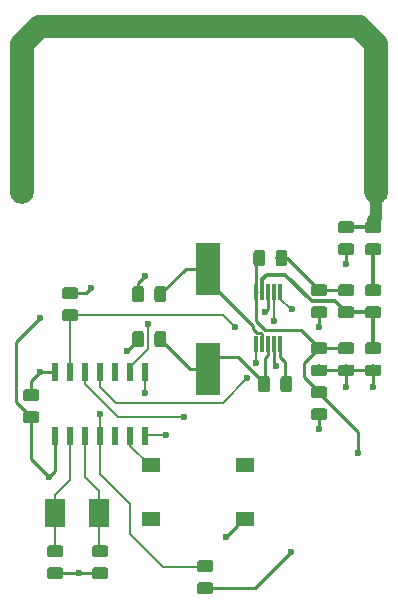
<source format=gtl>
G04 #@! TF.GenerationSoftware,KiCad,Pcbnew,(5.0.1)-rc2*
G04 #@! TF.CreationDate,2018-12-03T18:09:08-05:00*
G04 #@! TF.ProjectId,tpms_silencer,74706D735F73696C656E6365722E6B69,rev?*
G04 #@! TF.SameCoordinates,Original*
G04 #@! TF.FileFunction,Copper,L1,Top,Signal*
G04 #@! TF.FilePolarity,Positive*
%FSLAX46Y46*%
G04 Gerber Fmt 4.6, Leading zero omitted, Abs format (unit mm)*
G04 Created by KiCad (PCBNEW (5.0.1)-rc2) date 2018-12-03 6:09:08 PM*
%MOMM*%
%LPD*%
G01*
G04 APERTURE LIST*
G04 #@! TA.AperFunction,SMDPad,CuDef*
%ADD10R,2.000000X4.500000*%
G04 #@! TD*
G04 #@! TA.AperFunction,ViaPad*
%ADD11C,0.500000*%
G04 #@! TD*
G04 #@! TA.AperFunction,SMDPad,CuDef*
%ADD12C,1.524000*%
G04 #@! TD*
G04 #@! TA.AperFunction,Conductor*
%ADD13C,0.100000*%
G04 #@! TD*
G04 #@! TA.AperFunction,SMDPad,CuDef*
%ADD14C,0.975000*%
G04 #@! TD*
G04 #@! TA.AperFunction,SMDPad,CuDef*
%ADD15R,0.600000X1.500000*%
G04 #@! TD*
G04 #@! TA.AperFunction,SMDPad,CuDef*
%ADD16R,0.300000X1.400000*%
G04 #@! TD*
G04 #@! TA.AperFunction,SMDPad,CuDef*
%ADD17R,1.550000X1.300000*%
G04 #@! TD*
G04 #@! TA.AperFunction,SMDPad,CuDef*
%ADD18R,1.700000X2.400000*%
G04 #@! TD*
G04 #@! TA.AperFunction,ViaPad*
%ADD19C,0.600000*%
G04 #@! TD*
G04 #@! TA.AperFunction,Conductor*
%ADD20C,0.228600*%
G04 #@! TD*
G04 #@! TA.AperFunction,Conductor*
%ADD21C,0.152400*%
G04 #@! TD*
G04 #@! TA.AperFunction,Conductor*
%ADD22C,0.304800*%
G04 #@! TD*
G04 #@! TA.AperFunction,Conductor*
%ADD23C,1.000000*%
G04 #@! TD*
G04 APERTURE END LIST*
D10*
G04 #@! TO.P,Y2,2*
G04 #@! TO.N,Net-(C5-Pad1)*
X40132000Y-53340000D03*
G04 #@! TO.P,Y2,1*
G04 #@! TO.N,Net-(C4-Pad1)*
X40132000Y-44840000D03*
G04 #@! TD*
D11*
G04 #@! TO.N,GNDREF*
G04 #@! TO.C,AE1*
X23756000Y-38328600D03*
X24956000Y-38328600D03*
D12*
G04 #@! TD*
G04 #@! TO.P,AE1,1*
G04 #@! TO.N,Net-(AE1-Pad1)*
X54356000Y-38328600D03*
D13*
G04 #@! TO.N,Net-(AE1-Pad1)*
G04 #@! TO.C,AE1*
G36*
X52859142Y-23328622D02*
X52859491Y-23328606D01*
X52859892Y-23328627D01*
X52869962Y-23328697D01*
X52913558Y-23331440D01*
X52957056Y-23333720D01*
X52962229Y-23334502D01*
X52967469Y-23334832D01*
X53010594Y-23341817D01*
X53053657Y-23348329D01*
X53058731Y-23349613D01*
X53063912Y-23350452D01*
X53106117Y-23361603D01*
X53148372Y-23372295D01*
X53153302Y-23374070D01*
X53158370Y-23375409D01*
X53199246Y-23390611D01*
X53240296Y-23405390D01*
X53245033Y-23407639D01*
X53249942Y-23409465D01*
X53289183Y-23428604D01*
X53328550Y-23447297D01*
X53333032Y-23449990D01*
X53337754Y-23452293D01*
X53374948Y-23475175D01*
X53412296Y-23497616D01*
X53416505Y-23500742D01*
X53420967Y-23503487D01*
X53455728Y-23529872D01*
X53490730Y-23555867D01*
X53494608Y-23559383D01*
X53498788Y-23562556D01*
X53530802Y-23592201D01*
X53563107Y-23621493D01*
X55063107Y-25121493D01*
X55065319Y-25123736D01*
X55065571Y-25123966D01*
X55065834Y-25124258D01*
X55072911Y-25131434D01*
X55101804Y-25164207D01*
X55130944Y-25196571D01*
X55134051Y-25200785D01*
X55137520Y-25204720D01*
X55163052Y-25240121D01*
X55188921Y-25275208D01*
X55191603Y-25279708D01*
X55194671Y-25283961D01*
X55216601Y-25321641D01*
X55238948Y-25359128D01*
X55241183Y-25363878D01*
X55243815Y-25368400D01*
X55261950Y-25408010D01*
X55280546Y-25447530D01*
X55282306Y-25452472D01*
X55284485Y-25457232D01*
X55298687Y-25498476D01*
X55313319Y-25539568D01*
X55314585Y-25544647D01*
X55316294Y-25549609D01*
X55326409Y-25592068D01*
X55336955Y-25634366D01*
X55337721Y-25639552D01*
X55338935Y-25644649D01*
X55344851Y-25687840D01*
X55351227Y-25731017D01*
X55351483Y-25736256D01*
X55352194Y-25741445D01*
X55353868Y-25785003D01*
X55356000Y-25828600D01*
X55356000Y-38328600D01*
X55355903Y-38342562D01*
X55349768Y-38440069D01*
X55334148Y-38536512D01*
X55309191Y-38630970D01*
X55275135Y-38722542D01*
X55232307Y-38810354D01*
X55181113Y-38893567D01*
X55122044Y-38971388D01*
X55055663Y-39043073D01*
X54982604Y-39107938D01*
X54903563Y-39165364D01*
X54819296Y-39214804D01*
X54730607Y-39255784D01*
X54638341Y-39287914D01*
X54543381Y-39310887D01*
X54446633Y-39324484D01*
X54349019Y-39328576D01*
X54251472Y-39323122D01*
X54154922Y-39308175D01*
X54060292Y-39283878D01*
X53968484Y-39250463D01*
X53880376Y-39208249D01*
X53796807Y-39157638D01*
X53718576Y-39099113D01*
X53646429Y-39033234D01*
X53581056Y-38960629D01*
X53523079Y-38881992D01*
X53473052Y-38798072D01*
X53431454Y-38709670D01*
X53398681Y-38617632D01*
X53375045Y-38522834D01*
X53360773Y-38426183D01*
X53356000Y-38328600D01*
X53356000Y-26242814D01*
X52441786Y-25328600D01*
X26270214Y-25328600D01*
X25356000Y-26242814D01*
X25356000Y-38328600D01*
X25355903Y-38342562D01*
X25349768Y-38440069D01*
X25334148Y-38536512D01*
X25309191Y-38630970D01*
X25275135Y-38722542D01*
X25232307Y-38810354D01*
X25181113Y-38893567D01*
X25122044Y-38971388D01*
X25055663Y-39043073D01*
X24982604Y-39107938D01*
X24903563Y-39165364D01*
X24819296Y-39214804D01*
X24730607Y-39255784D01*
X24638341Y-39287914D01*
X24543381Y-39310887D01*
X24446633Y-39324484D01*
X24349019Y-39328576D01*
X24251472Y-39323122D01*
X24154922Y-39308175D01*
X24060292Y-39283878D01*
X23968484Y-39250463D01*
X23880376Y-39208249D01*
X23796807Y-39157638D01*
X23718576Y-39099113D01*
X23646429Y-39033234D01*
X23581056Y-38960629D01*
X23523079Y-38881992D01*
X23473052Y-38798072D01*
X23431454Y-38709670D01*
X23398681Y-38617632D01*
X23375045Y-38522834D01*
X23360773Y-38426183D01*
X23356000Y-38328600D01*
X23356000Y-25828600D01*
X23356022Y-25825458D01*
X23356006Y-25825109D01*
X23356027Y-25824708D01*
X23356097Y-25814638D01*
X23358840Y-25771042D01*
X23361120Y-25727544D01*
X23361902Y-25722371D01*
X23362232Y-25717131D01*
X23369217Y-25674006D01*
X23375729Y-25630943D01*
X23377013Y-25625869D01*
X23377852Y-25620688D01*
X23389003Y-25578483D01*
X23399695Y-25536228D01*
X23401470Y-25531298D01*
X23402809Y-25526230D01*
X23418011Y-25485354D01*
X23432790Y-25444304D01*
X23435039Y-25439567D01*
X23436865Y-25434658D01*
X23456004Y-25395417D01*
X23474697Y-25356050D01*
X23477390Y-25351568D01*
X23479693Y-25346846D01*
X23502575Y-25309652D01*
X23525016Y-25272304D01*
X23528142Y-25268095D01*
X23530887Y-25263633D01*
X23557272Y-25228872D01*
X23583267Y-25193870D01*
X23586783Y-25189992D01*
X23589956Y-25185812D01*
X23619601Y-25153798D01*
X23648893Y-25121493D01*
X25148893Y-23621493D01*
X25151136Y-23619281D01*
X25151366Y-23619029D01*
X25151658Y-23618766D01*
X25158834Y-23611689D01*
X25191607Y-23582796D01*
X25223971Y-23553656D01*
X25228185Y-23550549D01*
X25232120Y-23547080D01*
X25267521Y-23521548D01*
X25302608Y-23495679D01*
X25307108Y-23492997D01*
X25311361Y-23489929D01*
X25349041Y-23467999D01*
X25386528Y-23445652D01*
X25391278Y-23443417D01*
X25395800Y-23440785D01*
X25435410Y-23422650D01*
X25474930Y-23404054D01*
X25479872Y-23402294D01*
X25484632Y-23400115D01*
X25525876Y-23385913D01*
X25566968Y-23371281D01*
X25572047Y-23370015D01*
X25577009Y-23368306D01*
X25619468Y-23358191D01*
X25661766Y-23347645D01*
X25666952Y-23346879D01*
X25672049Y-23345665D01*
X25715240Y-23339749D01*
X25758417Y-23333373D01*
X25763656Y-23333117D01*
X25768845Y-23332406D01*
X25812403Y-23330732D01*
X25856000Y-23328600D01*
X52856000Y-23328600D01*
X52859142Y-23328622D01*
X52859142Y-23328622D01*
G37*
G04 #@! TD*
G04 #@! TO.N,VDD*
G04 #@! TO.C,C1*
G36*
X25626142Y-56917674D02*
X25649803Y-56921184D01*
X25673007Y-56926996D01*
X25695529Y-56935054D01*
X25717153Y-56945282D01*
X25737670Y-56957579D01*
X25756883Y-56971829D01*
X25774607Y-56987893D01*
X25790671Y-57005617D01*
X25804921Y-57024830D01*
X25817218Y-57045347D01*
X25827446Y-57066971D01*
X25835504Y-57089493D01*
X25841316Y-57112697D01*
X25844826Y-57136358D01*
X25846000Y-57160250D01*
X25846000Y-57647750D01*
X25844826Y-57671642D01*
X25841316Y-57695303D01*
X25835504Y-57718507D01*
X25827446Y-57741029D01*
X25817218Y-57762653D01*
X25804921Y-57783170D01*
X25790671Y-57802383D01*
X25774607Y-57820107D01*
X25756883Y-57836171D01*
X25737670Y-57850421D01*
X25717153Y-57862718D01*
X25695529Y-57872946D01*
X25673007Y-57881004D01*
X25649803Y-57886816D01*
X25626142Y-57890326D01*
X25602250Y-57891500D01*
X24689750Y-57891500D01*
X24665858Y-57890326D01*
X24642197Y-57886816D01*
X24618993Y-57881004D01*
X24596471Y-57872946D01*
X24574847Y-57862718D01*
X24554330Y-57850421D01*
X24535117Y-57836171D01*
X24517393Y-57820107D01*
X24501329Y-57802383D01*
X24487079Y-57783170D01*
X24474782Y-57762653D01*
X24464554Y-57741029D01*
X24456496Y-57718507D01*
X24450684Y-57695303D01*
X24447174Y-57671642D01*
X24446000Y-57647750D01*
X24446000Y-57160250D01*
X24447174Y-57136358D01*
X24450684Y-57112697D01*
X24456496Y-57089493D01*
X24464554Y-57066971D01*
X24474782Y-57045347D01*
X24487079Y-57024830D01*
X24501329Y-57005617D01*
X24517393Y-56987893D01*
X24535117Y-56971829D01*
X24554330Y-56957579D01*
X24574847Y-56945282D01*
X24596471Y-56935054D01*
X24618993Y-56926996D01*
X24642197Y-56921184D01*
X24665858Y-56917674D01*
X24689750Y-56916500D01*
X25602250Y-56916500D01*
X25626142Y-56917674D01*
X25626142Y-56917674D01*
G37*
D14*
G04 #@! TD*
G04 #@! TO.P,C1,2*
G04 #@! TO.N,VDD*
X25146000Y-57404000D03*
D13*
G04 #@! TO.N,GNDREF*
G04 #@! TO.C,C1*
G36*
X25626142Y-55042674D02*
X25649803Y-55046184D01*
X25673007Y-55051996D01*
X25695529Y-55060054D01*
X25717153Y-55070282D01*
X25737670Y-55082579D01*
X25756883Y-55096829D01*
X25774607Y-55112893D01*
X25790671Y-55130617D01*
X25804921Y-55149830D01*
X25817218Y-55170347D01*
X25827446Y-55191971D01*
X25835504Y-55214493D01*
X25841316Y-55237697D01*
X25844826Y-55261358D01*
X25846000Y-55285250D01*
X25846000Y-55772750D01*
X25844826Y-55796642D01*
X25841316Y-55820303D01*
X25835504Y-55843507D01*
X25827446Y-55866029D01*
X25817218Y-55887653D01*
X25804921Y-55908170D01*
X25790671Y-55927383D01*
X25774607Y-55945107D01*
X25756883Y-55961171D01*
X25737670Y-55975421D01*
X25717153Y-55987718D01*
X25695529Y-55997946D01*
X25673007Y-56006004D01*
X25649803Y-56011816D01*
X25626142Y-56015326D01*
X25602250Y-56016500D01*
X24689750Y-56016500D01*
X24665858Y-56015326D01*
X24642197Y-56011816D01*
X24618993Y-56006004D01*
X24596471Y-55997946D01*
X24574847Y-55987718D01*
X24554330Y-55975421D01*
X24535117Y-55961171D01*
X24517393Y-55945107D01*
X24501329Y-55927383D01*
X24487079Y-55908170D01*
X24474782Y-55887653D01*
X24464554Y-55866029D01*
X24456496Y-55843507D01*
X24450684Y-55820303D01*
X24447174Y-55796642D01*
X24446000Y-55772750D01*
X24446000Y-55285250D01*
X24447174Y-55261358D01*
X24450684Y-55237697D01*
X24456496Y-55214493D01*
X24464554Y-55191971D01*
X24474782Y-55170347D01*
X24487079Y-55149830D01*
X24501329Y-55130617D01*
X24517393Y-55112893D01*
X24535117Y-55096829D01*
X24554330Y-55082579D01*
X24574847Y-55070282D01*
X24596471Y-55060054D01*
X24618993Y-55051996D01*
X24642197Y-55046184D01*
X24665858Y-55042674D01*
X24689750Y-55041500D01*
X25602250Y-55041500D01*
X25626142Y-55042674D01*
X25626142Y-55042674D01*
G37*
D14*
G04 #@! TD*
G04 #@! TO.P,C1,1*
G04 #@! TO.N,GNDREF*
X25146000Y-55529000D03*
D13*
G04 #@! TO.N,Net-(C2-Pad2)*
G04 #@! TO.C,C2*
G36*
X27658142Y-68250674D02*
X27681803Y-68254184D01*
X27705007Y-68259996D01*
X27727529Y-68268054D01*
X27749153Y-68278282D01*
X27769670Y-68290579D01*
X27788883Y-68304829D01*
X27806607Y-68320893D01*
X27822671Y-68338617D01*
X27836921Y-68357830D01*
X27849218Y-68378347D01*
X27859446Y-68399971D01*
X27867504Y-68422493D01*
X27873316Y-68445697D01*
X27876826Y-68469358D01*
X27878000Y-68493250D01*
X27878000Y-68980750D01*
X27876826Y-69004642D01*
X27873316Y-69028303D01*
X27867504Y-69051507D01*
X27859446Y-69074029D01*
X27849218Y-69095653D01*
X27836921Y-69116170D01*
X27822671Y-69135383D01*
X27806607Y-69153107D01*
X27788883Y-69169171D01*
X27769670Y-69183421D01*
X27749153Y-69195718D01*
X27727529Y-69205946D01*
X27705007Y-69214004D01*
X27681803Y-69219816D01*
X27658142Y-69223326D01*
X27634250Y-69224500D01*
X26721750Y-69224500D01*
X26697858Y-69223326D01*
X26674197Y-69219816D01*
X26650993Y-69214004D01*
X26628471Y-69205946D01*
X26606847Y-69195718D01*
X26586330Y-69183421D01*
X26567117Y-69169171D01*
X26549393Y-69153107D01*
X26533329Y-69135383D01*
X26519079Y-69116170D01*
X26506782Y-69095653D01*
X26496554Y-69074029D01*
X26488496Y-69051507D01*
X26482684Y-69028303D01*
X26479174Y-69004642D01*
X26478000Y-68980750D01*
X26478000Y-68493250D01*
X26479174Y-68469358D01*
X26482684Y-68445697D01*
X26488496Y-68422493D01*
X26496554Y-68399971D01*
X26506782Y-68378347D01*
X26519079Y-68357830D01*
X26533329Y-68338617D01*
X26549393Y-68320893D01*
X26567117Y-68304829D01*
X26586330Y-68290579D01*
X26606847Y-68278282D01*
X26628471Y-68268054D01*
X26650993Y-68259996D01*
X26674197Y-68254184D01*
X26697858Y-68250674D01*
X26721750Y-68249500D01*
X27634250Y-68249500D01*
X27658142Y-68250674D01*
X27658142Y-68250674D01*
G37*
D14*
G04 #@! TD*
G04 #@! TO.P,C2,2*
G04 #@! TO.N,Net-(C2-Pad2)*
X27178000Y-68737000D03*
D13*
G04 #@! TO.N,GNDREF*
G04 #@! TO.C,C2*
G36*
X27658142Y-70125674D02*
X27681803Y-70129184D01*
X27705007Y-70134996D01*
X27727529Y-70143054D01*
X27749153Y-70153282D01*
X27769670Y-70165579D01*
X27788883Y-70179829D01*
X27806607Y-70195893D01*
X27822671Y-70213617D01*
X27836921Y-70232830D01*
X27849218Y-70253347D01*
X27859446Y-70274971D01*
X27867504Y-70297493D01*
X27873316Y-70320697D01*
X27876826Y-70344358D01*
X27878000Y-70368250D01*
X27878000Y-70855750D01*
X27876826Y-70879642D01*
X27873316Y-70903303D01*
X27867504Y-70926507D01*
X27859446Y-70949029D01*
X27849218Y-70970653D01*
X27836921Y-70991170D01*
X27822671Y-71010383D01*
X27806607Y-71028107D01*
X27788883Y-71044171D01*
X27769670Y-71058421D01*
X27749153Y-71070718D01*
X27727529Y-71080946D01*
X27705007Y-71089004D01*
X27681803Y-71094816D01*
X27658142Y-71098326D01*
X27634250Y-71099500D01*
X26721750Y-71099500D01*
X26697858Y-71098326D01*
X26674197Y-71094816D01*
X26650993Y-71089004D01*
X26628471Y-71080946D01*
X26606847Y-71070718D01*
X26586330Y-71058421D01*
X26567117Y-71044171D01*
X26549393Y-71028107D01*
X26533329Y-71010383D01*
X26519079Y-70991170D01*
X26506782Y-70970653D01*
X26496554Y-70949029D01*
X26488496Y-70926507D01*
X26482684Y-70903303D01*
X26479174Y-70879642D01*
X26478000Y-70855750D01*
X26478000Y-70368250D01*
X26479174Y-70344358D01*
X26482684Y-70320697D01*
X26488496Y-70297493D01*
X26496554Y-70274971D01*
X26506782Y-70253347D01*
X26519079Y-70232830D01*
X26533329Y-70213617D01*
X26549393Y-70195893D01*
X26567117Y-70179829D01*
X26586330Y-70165579D01*
X26606847Y-70153282D01*
X26628471Y-70143054D01*
X26650993Y-70134996D01*
X26674197Y-70129184D01*
X26697858Y-70125674D01*
X26721750Y-70124500D01*
X27634250Y-70124500D01*
X27658142Y-70125674D01*
X27658142Y-70125674D01*
G37*
D14*
G04 #@! TD*
G04 #@! TO.P,C2,1*
G04 #@! TO.N,GNDREF*
X27178000Y-70612000D03*
D13*
G04 #@! TO.N,GNDREF*
G04 #@! TO.C,C3*
G36*
X31468142Y-70125674D02*
X31491803Y-70129184D01*
X31515007Y-70134996D01*
X31537529Y-70143054D01*
X31559153Y-70153282D01*
X31579670Y-70165579D01*
X31598883Y-70179829D01*
X31616607Y-70195893D01*
X31632671Y-70213617D01*
X31646921Y-70232830D01*
X31659218Y-70253347D01*
X31669446Y-70274971D01*
X31677504Y-70297493D01*
X31683316Y-70320697D01*
X31686826Y-70344358D01*
X31688000Y-70368250D01*
X31688000Y-70855750D01*
X31686826Y-70879642D01*
X31683316Y-70903303D01*
X31677504Y-70926507D01*
X31669446Y-70949029D01*
X31659218Y-70970653D01*
X31646921Y-70991170D01*
X31632671Y-71010383D01*
X31616607Y-71028107D01*
X31598883Y-71044171D01*
X31579670Y-71058421D01*
X31559153Y-71070718D01*
X31537529Y-71080946D01*
X31515007Y-71089004D01*
X31491803Y-71094816D01*
X31468142Y-71098326D01*
X31444250Y-71099500D01*
X30531750Y-71099500D01*
X30507858Y-71098326D01*
X30484197Y-71094816D01*
X30460993Y-71089004D01*
X30438471Y-71080946D01*
X30416847Y-71070718D01*
X30396330Y-71058421D01*
X30377117Y-71044171D01*
X30359393Y-71028107D01*
X30343329Y-71010383D01*
X30329079Y-70991170D01*
X30316782Y-70970653D01*
X30306554Y-70949029D01*
X30298496Y-70926507D01*
X30292684Y-70903303D01*
X30289174Y-70879642D01*
X30288000Y-70855750D01*
X30288000Y-70368250D01*
X30289174Y-70344358D01*
X30292684Y-70320697D01*
X30298496Y-70297493D01*
X30306554Y-70274971D01*
X30316782Y-70253347D01*
X30329079Y-70232830D01*
X30343329Y-70213617D01*
X30359393Y-70195893D01*
X30377117Y-70179829D01*
X30396330Y-70165579D01*
X30416847Y-70153282D01*
X30438471Y-70143054D01*
X30460993Y-70134996D01*
X30484197Y-70129184D01*
X30507858Y-70125674D01*
X30531750Y-70124500D01*
X31444250Y-70124500D01*
X31468142Y-70125674D01*
X31468142Y-70125674D01*
G37*
D14*
G04 #@! TD*
G04 #@! TO.P,C3,2*
G04 #@! TO.N,GNDREF*
X30988000Y-70612000D03*
D13*
G04 #@! TO.N,Net-(C3-Pad1)*
G04 #@! TO.C,C3*
G36*
X31468142Y-68250674D02*
X31491803Y-68254184D01*
X31515007Y-68259996D01*
X31537529Y-68268054D01*
X31559153Y-68278282D01*
X31579670Y-68290579D01*
X31598883Y-68304829D01*
X31616607Y-68320893D01*
X31632671Y-68338617D01*
X31646921Y-68357830D01*
X31659218Y-68378347D01*
X31669446Y-68399971D01*
X31677504Y-68422493D01*
X31683316Y-68445697D01*
X31686826Y-68469358D01*
X31688000Y-68493250D01*
X31688000Y-68980750D01*
X31686826Y-69004642D01*
X31683316Y-69028303D01*
X31677504Y-69051507D01*
X31669446Y-69074029D01*
X31659218Y-69095653D01*
X31646921Y-69116170D01*
X31632671Y-69135383D01*
X31616607Y-69153107D01*
X31598883Y-69169171D01*
X31579670Y-69183421D01*
X31559153Y-69195718D01*
X31537529Y-69205946D01*
X31515007Y-69214004D01*
X31491803Y-69219816D01*
X31468142Y-69223326D01*
X31444250Y-69224500D01*
X30531750Y-69224500D01*
X30507858Y-69223326D01*
X30484197Y-69219816D01*
X30460993Y-69214004D01*
X30438471Y-69205946D01*
X30416847Y-69195718D01*
X30396330Y-69183421D01*
X30377117Y-69169171D01*
X30359393Y-69153107D01*
X30343329Y-69135383D01*
X30329079Y-69116170D01*
X30316782Y-69095653D01*
X30306554Y-69074029D01*
X30298496Y-69051507D01*
X30292684Y-69028303D01*
X30289174Y-69004642D01*
X30288000Y-68980750D01*
X30288000Y-68493250D01*
X30289174Y-68469358D01*
X30292684Y-68445697D01*
X30298496Y-68422493D01*
X30306554Y-68399971D01*
X30316782Y-68378347D01*
X30329079Y-68357830D01*
X30343329Y-68338617D01*
X30359393Y-68320893D01*
X30377117Y-68304829D01*
X30396330Y-68290579D01*
X30416847Y-68278282D01*
X30438471Y-68268054D01*
X30460993Y-68259996D01*
X30484197Y-68254184D01*
X30507858Y-68250674D01*
X30531750Y-68249500D01*
X31444250Y-68249500D01*
X31468142Y-68250674D01*
X31468142Y-68250674D01*
G37*
D14*
G04 #@! TD*
G04 #@! TO.P,C3,1*
G04 #@! TO.N,Net-(C3-Pad1)*
X30988000Y-68737000D03*
D13*
G04 #@! TO.N,Net-(C4-Pad1)*
G04 #@! TO.C,C4*
G36*
X36335642Y-46291174D02*
X36359303Y-46294684D01*
X36382507Y-46300496D01*
X36405029Y-46308554D01*
X36426653Y-46318782D01*
X36447170Y-46331079D01*
X36466383Y-46345329D01*
X36484107Y-46361393D01*
X36500171Y-46379117D01*
X36514421Y-46398330D01*
X36526718Y-46418847D01*
X36536946Y-46440471D01*
X36545004Y-46462993D01*
X36550816Y-46486197D01*
X36554326Y-46509858D01*
X36555500Y-46533750D01*
X36555500Y-47446250D01*
X36554326Y-47470142D01*
X36550816Y-47493803D01*
X36545004Y-47517007D01*
X36536946Y-47539529D01*
X36526718Y-47561153D01*
X36514421Y-47581670D01*
X36500171Y-47600883D01*
X36484107Y-47618607D01*
X36466383Y-47634671D01*
X36447170Y-47648921D01*
X36426653Y-47661218D01*
X36405029Y-47671446D01*
X36382507Y-47679504D01*
X36359303Y-47685316D01*
X36335642Y-47688826D01*
X36311750Y-47690000D01*
X35824250Y-47690000D01*
X35800358Y-47688826D01*
X35776697Y-47685316D01*
X35753493Y-47679504D01*
X35730971Y-47671446D01*
X35709347Y-47661218D01*
X35688830Y-47648921D01*
X35669617Y-47634671D01*
X35651893Y-47618607D01*
X35635829Y-47600883D01*
X35621579Y-47581670D01*
X35609282Y-47561153D01*
X35599054Y-47539529D01*
X35590996Y-47517007D01*
X35585184Y-47493803D01*
X35581674Y-47470142D01*
X35580500Y-47446250D01*
X35580500Y-46533750D01*
X35581674Y-46509858D01*
X35585184Y-46486197D01*
X35590996Y-46462993D01*
X35599054Y-46440471D01*
X35609282Y-46418847D01*
X35621579Y-46398330D01*
X35635829Y-46379117D01*
X35651893Y-46361393D01*
X35669617Y-46345329D01*
X35688830Y-46331079D01*
X35709347Y-46318782D01*
X35730971Y-46308554D01*
X35753493Y-46300496D01*
X35776697Y-46294684D01*
X35800358Y-46291174D01*
X35824250Y-46290000D01*
X36311750Y-46290000D01*
X36335642Y-46291174D01*
X36335642Y-46291174D01*
G37*
D14*
G04 #@! TD*
G04 #@! TO.P,C4,1*
G04 #@! TO.N,Net-(C4-Pad1)*
X36068000Y-46990000D03*
D13*
G04 #@! TO.N,GNDREF*
G04 #@! TO.C,C4*
G36*
X34460642Y-46291174D02*
X34484303Y-46294684D01*
X34507507Y-46300496D01*
X34530029Y-46308554D01*
X34551653Y-46318782D01*
X34572170Y-46331079D01*
X34591383Y-46345329D01*
X34609107Y-46361393D01*
X34625171Y-46379117D01*
X34639421Y-46398330D01*
X34651718Y-46418847D01*
X34661946Y-46440471D01*
X34670004Y-46462993D01*
X34675816Y-46486197D01*
X34679326Y-46509858D01*
X34680500Y-46533750D01*
X34680500Y-47446250D01*
X34679326Y-47470142D01*
X34675816Y-47493803D01*
X34670004Y-47517007D01*
X34661946Y-47539529D01*
X34651718Y-47561153D01*
X34639421Y-47581670D01*
X34625171Y-47600883D01*
X34609107Y-47618607D01*
X34591383Y-47634671D01*
X34572170Y-47648921D01*
X34551653Y-47661218D01*
X34530029Y-47671446D01*
X34507507Y-47679504D01*
X34484303Y-47685316D01*
X34460642Y-47688826D01*
X34436750Y-47690000D01*
X33949250Y-47690000D01*
X33925358Y-47688826D01*
X33901697Y-47685316D01*
X33878493Y-47679504D01*
X33855971Y-47671446D01*
X33834347Y-47661218D01*
X33813830Y-47648921D01*
X33794617Y-47634671D01*
X33776893Y-47618607D01*
X33760829Y-47600883D01*
X33746579Y-47581670D01*
X33734282Y-47561153D01*
X33724054Y-47539529D01*
X33715996Y-47517007D01*
X33710184Y-47493803D01*
X33706674Y-47470142D01*
X33705500Y-47446250D01*
X33705500Y-46533750D01*
X33706674Y-46509858D01*
X33710184Y-46486197D01*
X33715996Y-46462993D01*
X33724054Y-46440471D01*
X33734282Y-46418847D01*
X33746579Y-46398330D01*
X33760829Y-46379117D01*
X33776893Y-46361393D01*
X33794617Y-46345329D01*
X33813830Y-46331079D01*
X33834347Y-46318782D01*
X33855971Y-46308554D01*
X33878493Y-46300496D01*
X33901697Y-46294684D01*
X33925358Y-46291174D01*
X33949250Y-46290000D01*
X34436750Y-46290000D01*
X34460642Y-46291174D01*
X34460642Y-46291174D01*
G37*
D14*
G04 #@! TD*
G04 #@! TO.P,C4,2*
G04 #@! TO.N,GNDREF*
X34193000Y-46990000D03*
D13*
G04 #@! TO.N,Net-(C5-Pad1)*
G04 #@! TO.C,C5*
G36*
X36335642Y-50101174D02*
X36359303Y-50104684D01*
X36382507Y-50110496D01*
X36405029Y-50118554D01*
X36426653Y-50128782D01*
X36447170Y-50141079D01*
X36466383Y-50155329D01*
X36484107Y-50171393D01*
X36500171Y-50189117D01*
X36514421Y-50208330D01*
X36526718Y-50228847D01*
X36536946Y-50250471D01*
X36545004Y-50272993D01*
X36550816Y-50296197D01*
X36554326Y-50319858D01*
X36555500Y-50343750D01*
X36555500Y-51256250D01*
X36554326Y-51280142D01*
X36550816Y-51303803D01*
X36545004Y-51327007D01*
X36536946Y-51349529D01*
X36526718Y-51371153D01*
X36514421Y-51391670D01*
X36500171Y-51410883D01*
X36484107Y-51428607D01*
X36466383Y-51444671D01*
X36447170Y-51458921D01*
X36426653Y-51471218D01*
X36405029Y-51481446D01*
X36382507Y-51489504D01*
X36359303Y-51495316D01*
X36335642Y-51498826D01*
X36311750Y-51500000D01*
X35824250Y-51500000D01*
X35800358Y-51498826D01*
X35776697Y-51495316D01*
X35753493Y-51489504D01*
X35730971Y-51481446D01*
X35709347Y-51471218D01*
X35688830Y-51458921D01*
X35669617Y-51444671D01*
X35651893Y-51428607D01*
X35635829Y-51410883D01*
X35621579Y-51391670D01*
X35609282Y-51371153D01*
X35599054Y-51349529D01*
X35590996Y-51327007D01*
X35585184Y-51303803D01*
X35581674Y-51280142D01*
X35580500Y-51256250D01*
X35580500Y-50343750D01*
X35581674Y-50319858D01*
X35585184Y-50296197D01*
X35590996Y-50272993D01*
X35599054Y-50250471D01*
X35609282Y-50228847D01*
X35621579Y-50208330D01*
X35635829Y-50189117D01*
X35651893Y-50171393D01*
X35669617Y-50155329D01*
X35688830Y-50141079D01*
X35709347Y-50128782D01*
X35730971Y-50118554D01*
X35753493Y-50110496D01*
X35776697Y-50104684D01*
X35800358Y-50101174D01*
X35824250Y-50100000D01*
X36311750Y-50100000D01*
X36335642Y-50101174D01*
X36335642Y-50101174D01*
G37*
D14*
G04 #@! TD*
G04 #@! TO.P,C5,1*
G04 #@! TO.N,Net-(C5-Pad1)*
X36068000Y-50800000D03*
D13*
G04 #@! TO.N,GNDREF*
G04 #@! TO.C,C5*
G36*
X34460642Y-50101174D02*
X34484303Y-50104684D01*
X34507507Y-50110496D01*
X34530029Y-50118554D01*
X34551653Y-50128782D01*
X34572170Y-50141079D01*
X34591383Y-50155329D01*
X34609107Y-50171393D01*
X34625171Y-50189117D01*
X34639421Y-50208330D01*
X34651718Y-50228847D01*
X34661946Y-50250471D01*
X34670004Y-50272993D01*
X34675816Y-50296197D01*
X34679326Y-50319858D01*
X34680500Y-50343750D01*
X34680500Y-51256250D01*
X34679326Y-51280142D01*
X34675816Y-51303803D01*
X34670004Y-51327007D01*
X34661946Y-51349529D01*
X34651718Y-51371153D01*
X34639421Y-51391670D01*
X34625171Y-51410883D01*
X34609107Y-51428607D01*
X34591383Y-51444671D01*
X34572170Y-51458921D01*
X34551653Y-51471218D01*
X34530029Y-51481446D01*
X34507507Y-51489504D01*
X34484303Y-51495316D01*
X34460642Y-51498826D01*
X34436750Y-51500000D01*
X33949250Y-51500000D01*
X33925358Y-51498826D01*
X33901697Y-51495316D01*
X33878493Y-51489504D01*
X33855971Y-51481446D01*
X33834347Y-51471218D01*
X33813830Y-51458921D01*
X33794617Y-51444671D01*
X33776893Y-51428607D01*
X33760829Y-51410883D01*
X33746579Y-51391670D01*
X33734282Y-51371153D01*
X33724054Y-51349529D01*
X33715996Y-51327007D01*
X33710184Y-51303803D01*
X33706674Y-51280142D01*
X33705500Y-51256250D01*
X33705500Y-50343750D01*
X33706674Y-50319858D01*
X33710184Y-50296197D01*
X33715996Y-50272993D01*
X33724054Y-50250471D01*
X33734282Y-50228847D01*
X33746579Y-50208330D01*
X33760829Y-50189117D01*
X33776893Y-50171393D01*
X33794617Y-50155329D01*
X33813830Y-50141079D01*
X33834347Y-50128782D01*
X33855971Y-50118554D01*
X33878493Y-50110496D01*
X33901697Y-50104684D01*
X33925358Y-50101174D01*
X33949250Y-50100000D01*
X34436750Y-50100000D01*
X34460642Y-50101174D01*
X34460642Y-50101174D01*
G37*
D14*
G04 #@! TD*
G04 #@! TO.P,C5,2*
G04 #@! TO.N,GNDREF*
X34193000Y-50800000D03*
D13*
G04 #@! TO.N,Net-(C6-Pad2)*
G04 #@! TO.C,C6*
G36*
X47003642Y-53911174D02*
X47027303Y-53914684D01*
X47050507Y-53920496D01*
X47073029Y-53928554D01*
X47094653Y-53938782D01*
X47115170Y-53951079D01*
X47134383Y-53965329D01*
X47152107Y-53981393D01*
X47168171Y-53999117D01*
X47182421Y-54018330D01*
X47194718Y-54038847D01*
X47204946Y-54060471D01*
X47213004Y-54082993D01*
X47218816Y-54106197D01*
X47222326Y-54129858D01*
X47223500Y-54153750D01*
X47223500Y-55066250D01*
X47222326Y-55090142D01*
X47218816Y-55113803D01*
X47213004Y-55137007D01*
X47204946Y-55159529D01*
X47194718Y-55181153D01*
X47182421Y-55201670D01*
X47168171Y-55220883D01*
X47152107Y-55238607D01*
X47134383Y-55254671D01*
X47115170Y-55268921D01*
X47094653Y-55281218D01*
X47073029Y-55291446D01*
X47050507Y-55299504D01*
X47027303Y-55305316D01*
X47003642Y-55308826D01*
X46979750Y-55310000D01*
X46492250Y-55310000D01*
X46468358Y-55308826D01*
X46444697Y-55305316D01*
X46421493Y-55299504D01*
X46398971Y-55291446D01*
X46377347Y-55281218D01*
X46356830Y-55268921D01*
X46337617Y-55254671D01*
X46319893Y-55238607D01*
X46303829Y-55220883D01*
X46289579Y-55201670D01*
X46277282Y-55181153D01*
X46267054Y-55159529D01*
X46258996Y-55137007D01*
X46253184Y-55113803D01*
X46249674Y-55090142D01*
X46248500Y-55066250D01*
X46248500Y-54153750D01*
X46249674Y-54129858D01*
X46253184Y-54106197D01*
X46258996Y-54082993D01*
X46267054Y-54060471D01*
X46277282Y-54038847D01*
X46289579Y-54018330D01*
X46303829Y-53999117D01*
X46319893Y-53981393D01*
X46337617Y-53965329D01*
X46356830Y-53951079D01*
X46377347Y-53938782D01*
X46398971Y-53928554D01*
X46421493Y-53920496D01*
X46444697Y-53914684D01*
X46468358Y-53911174D01*
X46492250Y-53910000D01*
X46979750Y-53910000D01*
X47003642Y-53911174D01*
X47003642Y-53911174D01*
G37*
D14*
G04 #@! TD*
G04 #@! TO.P,C6,2*
G04 #@! TO.N,Net-(C6-Pad2)*
X46736000Y-54610000D03*
D13*
G04 #@! TO.N,Net-(C5-Pad1)*
G04 #@! TO.C,C6*
G36*
X45128642Y-53911174D02*
X45152303Y-53914684D01*
X45175507Y-53920496D01*
X45198029Y-53928554D01*
X45219653Y-53938782D01*
X45240170Y-53951079D01*
X45259383Y-53965329D01*
X45277107Y-53981393D01*
X45293171Y-53999117D01*
X45307421Y-54018330D01*
X45319718Y-54038847D01*
X45329946Y-54060471D01*
X45338004Y-54082993D01*
X45343816Y-54106197D01*
X45347326Y-54129858D01*
X45348500Y-54153750D01*
X45348500Y-55066250D01*
X45347326Y-55090142D01*
X45343816Y-55113803D01*
X45338004Y-55137007D01*
X45329946Y-55159529D01*
X45319718Y-55181153D01*
X45307421Y-55201670D01*
X45293171Y-55220883D01*
X45277107Y-55238607D01*
X45259383Y-55254671D01*
X45240170Y-55268921D01*
X45219653Y-55281218D01*
X45198029Y-55291446D01*
X45175507Y-55299504D01*
X45152303Y-55305316D01*
X45128642Y-55308826D01*
X45104750Y-55310000D01*
X44617250Y-55310000D01*
X44593358Y-55308826D01*
X44569697Y-55305316D01*
X44546493Y-55299504D01*
X44523971Y-55291446D01*
X44502347Y-55281218D01*
X44481830Y-55268921D01*
X44462617Y-55254671D01*
X44444893Y-55238607D01*
X44428829Y-55220883D01*
X44414579Y-55201670D01*
X44402282Y-55181153D01*
X44392054Y-55159529D01*
X44383996Y-55137007D01*
X44378184Y-55113803D01*
X44374674Y-55090142D01*
X44373500Y-55066250D01*
X44373500Y-54153750D01*
X44374674Y-54129858D01*
X44378184Y-54106197D01*
X44383996Y-54082993D01*
X44392054Y-54060471D01*
X44402282Y-54038847D01*
X44414579Y-54018330D01*
X44428829Y-53999117D01*
X44444893Y-53981393D01*
X44462617Y-53965329D01*
X44481830Y-53951079D01*
X44502347Y-53938782D01*
X44523971Y-53928554D01*
X44546493Y-53920496D01*
X44569697Y-53914684D01*
X44593358Y-53911174D01*
X44617250Y-53910000D01*
X45104750Y-53910000D01*
X45128642Y-53911174D01*
X45128642Y-53911174D01*
G37*
D14*
G04 #@! TD*
G04 #@! TO.P,C6,1*
G04 #@! TO.N,Net-(C5-Pad1)*
X44861000Y-54610000D03*
D13*
G04 #@! TO.N,GNDREF*
G04 #@! TO.C,C7*
G36*
X50010142Y-56663674D02*
X50033803Y-56667184D01*
X50057007Y-56672996D01*
X50079529Y-56681054D01*
X50101153Y-56691282D01*
X50121670Y-56703579D01*
X50140883Y-56717829D01*
X50158607Y-56733893D01*
X50174671Y-56751617D01*
X50188921Y-56770830D01*
X50201218Y-56791347D01*
X50211446Y-56812971D01*
X50219504Y-56835493D01*
X50225316Y-56858697D01*
X50228826Y-56882358D01*
X50230000Y-56906250D01*
X50230000Y-57393750D01*
X50228826Y-57417642D01*
X50225316Y-57441303D01*
X50219504Y-57464507D01*
X50211446Y-57487029D01*
X50201218Y-57508653D01*
X50188921Y-57529170D01*
X50174671Y-57548383D01*
X50158607Y-57566107D01*
X50140883Y-57582171D01*
X50121670Y-57596421D01*
X50101153Y-57608718D01*
X50079529Y-57618946D01*
X50057007Y-57627004D01*
X50033803Y-57632816D01*
X50010142Y-57636326D01*
X49986250Y-57637500D01*
X49073750Y-57637500D01*
X49049858Y-57636326D01*
X49026197Y-57632816D01*
X49002993Y-57627004D01*
X48980471Y-57618946D01*
X48958847Y-57608718D01*
X48938330Y-57596421D01*
X48919117Y-57582171D01*
X48901393Y-57566107D01*
X48885329Y-57548383D01*
X48871079Y-57529170D01*
X48858782Y-57508653D01*
X48848554Y-57487029D01*
X48840496Y-57464507D01*
X48834684Y-57441303D01*
X48831174Y-57417642D01*
X48830000Y-57393750D01*
X48830000Y-56906250D01*
X48831174Y-56882358D01*
X48834684Y-56858697D01*
X48840496Y-56835493D01*
X48848554Y-56812971D01*
X48858782Y-56791347D01*
X48871079Y-56770830D01*
X48885329Y-56751617D01*
X48901393Y-56733893D01*
X48919117Y-56717829D01*
X48938330Y-56703579D01*
X48958847Y-56691282D01*
X48980471Y-56681054D01*
X49002993Y-56672996D01*
X49026197Y-56667184D01*
X49049858Y-56663674D01*
X49073750Y-56662500D01*
X49986250Y-56662500D01*
X50010142Y-56663674D01*
X50010142Y-56663674D01*
G37*
D14*
G04 #@! TD*
G04 #@! TO.P,C7,2*
G04 #@! TO.N,GNDREF*
X49530000Y-57150000D03*
D13*
G04 #@! TO.N,VDD*
G04 #@! TO.C,C7*
G36*
X50010142Y-54788674D02*
X50033803Y-54792184D01*
X50057007Y-54797996D01*
X50079529Y-54806054D01*
X50101153Y-54816282D01*
X50121670Y-54828579D01*
X50140883Y-54842829D01*
X50158607Y-54858893D01*
X50174671Y-54876617D01*
X50188921Y-54895830D01*
X50201218Y-54916347D01*
X50211446Y-54937971D01*
X50219504Y-54960493D01*
X50225316Y-54983697D01*
X50228826Y-55007358D01*
X50230000Y-55031250D01*
X50230000Y-55518750D01*
X50228826Y-55542642D01*
X50225316Y-55566303D01*
X50219504Y-55589507D01*
X50211446Y-55612029D01*
X50201218Y-55633653D01*
X50188921Y-55654170D01*
X50174671Y-55673383D01*
X50158607Y-55691107D01*
X50140883Y-55707171D01*
X50121670Y-55721421D01*
X50101153Y-55733718D01*
X50079529Y-55743946D01*
X50057007Y-55752004D01*
X50033803Y-55757816D01*
X50010142Y-55761326D01*
X49986250Y-55762500D01*
X49073750Y-55762500D01*
X49049858Y-55761326D01*
X49026197Y-55757816D01*
X49002993Y-55752004D01*
X48980471Y-55743946D01*
X48958847Y-55733718D01*
X48938330Y-55721421D01*
X48919117Y-55707171D01*
X48901393Y-55691107D01*
X48885329Y-55673383D01*
X48871079Y-55654170D01*
X48858782Y-55633653D01*
X48848554Y-55612029D01*
X48840496Y-55589507D01*
X48834684Y-55566303D01*
X48831174Y-55542642D01*
X48830000Y-55518750D01*
X48830000Y-55031250D01*
X48831174Y-55007358D01*
X48834684Y-54983697D01*
X48840496Y-54960493D01*
X48848554Y-54937971D01*
X48858782Y-54916347D01*
X48871079Y-54895830D01*
X48885329Y-54876617D01*
X48901393Y-54858893D01*
X48919117Y-54842829D01*
X48938330Y-54828579D01*
X48958847Y-54816282D01*
X48980471Y-54806054D01*
X49002993Y-54797996D01*
X49026197Y-54792184D01*
X49049858Y-54788674D01*
X49073750Y-54787500D01*
X49986250Y-54787500D01*
X50010142Y-54788674D01*
X50010142Y-54788674D01*
G37*
D14*
G04 #@! TD*
G04 #@! TO.P,C7,1*
G04 #@! TO.N,VDD*
X49530000Y-55275000D03*
D13*
G04 #@! TO.N,GNDREF*
G04 #@! TO.C,C8*
G36*
X50010142Y-48027674D02*
X50033803Y-48031184D01*
X50057007Y-48036996D01*
X50079529Y-48045054D01*
X50101153Y-48055282D01*
X50121670Y-48067579D01*
X50140883Y-48081829D01*
X50158607Y-48097893D01*
X50174671Y-48115617D01*
X50188921Y-48134830D01*
X50201218Y-48155347D01*
X50211446Y-48176971D01*
X50219504Y-48199493D01*
X50225316Y-48222697D01*
X50228826Y-48246358D01*
X50230000Y-48270250D01*
X50230000Y-48757750D01*
X50228826Y-48781642D01*
X50225316Y-48805303D01*
X50219504Y-48828507D01*
X50211446Y-48851029D01*
X50201218Y-48872653D01*
X50188921Y-48893170D01*
X50174671Y-48912383D01*
X50158607Y-48930107D01*
X50140883Y-48946171D01*
X50121670Y-48960421D01*
X50101153Y-48972718D01*
X50079529Y-48982946D01*
X50057007Y-48991004D01*
X50033803Y-48996816D01*
X50010142Y-49000326D01*
X49986250Y-49001500D01*
X49073750Y-49001500D01*
X49049858Y-49000326D01*
X49026197Y-48996816D01*
X49002993Y-48991004D01*
X48980471Y-48982946D01*
X48958847Y-48972718D01*
X48938330Y-48960421D01*
X48919117Y-48946171D01*
X48901393Y-48930107D01*
X48885329Y-48912383D01*
X48871079Y-48893170D01*
X48858782Y-48872653D01*
X48848554Y-48851029D01*
X48840496Y-48828507D01*
X48834684Y-48805303D01*
X48831174Y-48781642D01*
X48830000Y-48757750D01*
X48830000Y-48270250D01*
X48831174Y-48246358D01*
X48834684Y-48222697D01*
X48840496Y-48199493D01*
X48848554Y-48176971D01*
X48858782Y-48155347D01*
X48871079Y-48134830D01*
X48885329Y-48115617D01*
X48901393Y-48097893D01*
X48919117Y-48081829D01*
X48938330Y-48067579D01*
X48958847Y-48055282D01*
X48980471Y-48045054D01*
X49002993Y-48036996D01*
X49026197Y-48031184D01*
X49049858Y-48027674D01*
X49073750Y-48026500D01*
X49986250Y-48026500D01*
X50010142Y-48027674D01*
X50010142Y-48027674D01*
G37*
D14*
G04 #@! TD*
G04 #@! TO.P,C8,2*
G04 #@! TO.N,GNDREF*
X49530000Y-48514000D03*
D13*
G04 #@! TO.N,Net-(C8-Pad1)*
G04 #@! TO.C,C8*
G36*
X50010142Y-46152674D02*
X50033803Y-46156184D01*
X50057007Y-46161996D01*
X50079529Y-46170054D01*
X50101153Y-46180282D01*
X50121670Y-46192579D01*
X50140883Y-46206829D01*
X50158607Y-46222893D01*
X50174671Y-46240617D01*
X50188921Y-46259830D01*
X50201218Y-46280347D01*
X50211446Y-46301971D01*
X50219504Y-46324493D01*
X50225316Y-46347697D01*
X50228826Y-46371358D01*
X50230000Y-46395250D01*
X50230000Y-46882750D01*
X50228826Y-46906642D01*
X50225316Y-46930303D01*
X50219504Y-46953507D01*
X50211446Y-46976029D01*
X50201218Y-46997653D01*
X50188921Y-47018170D01*
X50174671Y-47037383D01*
X50158607Y-47055107D01*
X50140883Y-47071171D01*
X50121670Y-47085421D01*
X50101153Y-47097718D01*
X50079529Y-47107946D01*
X50057007Y-47116004D01*
X50033803Y-47121816D01*
X50010142Y-47125326D01*
X49986250Y-47126500D01*
X49073750Y-47126500D01*
X49049858Y-47125326D01*
X49026197Y-47121816D01*
X49002993Y-47116004D01*
X48980471Y-47107946D01*
X48958847Y-47097718D01*
X48938330Y-47085421D01*
X48919117Y-47071171D01*
X48901393Y-47055107D01*
X48885329Y-47037383D01*
X48871079Y-47018170D01*
X48858782Y-46997653D01*
X48848554Y-46976029D01*
X48840496Y-46953507D01*
X48834684Y-46930303D01*
X48831174Y-46906642D01*
X48830000Y-46882750D01*
X48830000Y-46395250D01*
X48831174Y-46371358D01*
X48834684Y-46347697D01*
X48840496Y-46324493D01*
X48848554Y-46301971D01*
X48858782Y-46280347D01*
X48871079Y-46259830D01*
X48885329Y-46240617D01*
X48901393Y-46222893D01*
X48919117Y-46206829D01*
X48938330Y-46192579D01*
X48958847Y-46180282D01*
X48980471Y-46170054D01*
X49002993Y-46161996D01*
X49026197Y-46156184D01*
X49049858Y-46152674D01*
X49073750Y-46151500D01*
X49986250Y-46151500D01*
X50010142Y-46152674D01*
X50010142Y-46152674D01*
G37*
D14*
G04 #@! TD*
G04 #@! TO.P,C8,1*
G04 #@! TO.N,Net-(C8-Pad1)*
X49530000Y-46639000D03*
D13*
G04 #@! TO.N,GNDREF*
G04 #@! TO.C,C9*
G36*
X54582142Y-52950674D02*
X54605803Y-52954184D01*
X54629007Y-52959996D01*
X54651529Y-52968054D01*
X54673153Y-52978282D01*
X54693670Y-52990579D01*
X54712883Y-53004829D01*
X54730607Y-53020893D01*
X54746671Y-53038617D01*
X54760921Y-53057830D01*
X54773218Y-53078347D01*
X54783446Y-53099971D01*
X54791504Y-53122493D01*
X54797316Y-53145697D01*
X54800826Y-53169358D01*
X54802000Y-53193250D01*
X54802000Y-53680750D01*
X54800826Y-53704642D01*
X54797316Y-53728303D01*
X54791504Y-53751507D01*
X54783446Y-53774029D01*
X54773218Y-53795653D01*
X54760921Y-53816170D01*
X54746671Y-53835383D01*
X54730607Y-53853107D01*
X54712883Y-53869171D01*
X54693670Y-53883421D01*
X54673153Y-53895718D01*
X54651529Y-53905946D01*
X54629007Y-53914004D01*
X54605803Y-53919816D01*
X54582142Y-53923326D01*
X54558250Y-53924500D01*
X53645750Y-53924500D01*
X53621858Y-53923326D01*
X53598197Y-53919816D01*
X53574993Y-53914004D01*
X53552471Y-53905946D01*
X53530847Y-53895718D01*
X53510330Y-53883421D01*
X53491117Y-53869171D01*
X53473393Y-53853107D01*
X53457329Y-53835383D01*
X53443079Y-53816170D01*
X53430782Y-53795653D01*
X53420554Y-53774029D01*
X53412496Y-53751507D01*
X53406684Y-53728303D01*
X53403174Y-53704642D01*
X53402000Y-53680750D01*
X53402000Y-53193250D01*
X53403174Y-53169358D01*
X53406684Y-53145697D01*
X53412496Y-53122493D01*
X53420554Y-53099971D01*
X53430782Y-53078347D01*
X53443079Y-53057830D01*
X53457329Y-53038617D01*
X53473393Y-53020893D01*
X53491117Y-53004829D01*
X53510330Y-52990579D01*
X53530847Y-52978282D01*
X53552471Y-52968054D01*
X53574993Y-52959996D01*
X53598197Y-52954184D01*
X53621858Y-52950674D01*
X53645750Y-52949500D01*
X54558250Y-52949500D01*
X54582142Y-52950674D01*
X54582142Y-52950674D01*
G37*
D14*
G04 #@! TD*
G04 #@! TO.P,C9,2*
G04 #@! TO.N,GNDREF*
X54102000Y-53437000D03*
D13*
G04 #@! TO.N,Net-(C11-Pad2)*
G04 #@! TO.C,C9*
G36*
X54582142Y-51075674D02*
X54605803Y-51079184D01*
X54629007Y-51084996D01*
X54651529Y-51093054D01*
X54673153Y-51103282D01*
X54693670Y-51115579D01*
X54712883Y-51129829D01*
X54730607Y-51145893D01*
X54746671Y-51163617D01*
X54760921Y-51182830D01*
X54773218Y-51203347D01*
X54783446Y-51224971D01*
X54791504Y-51247493D01*
X54797316Y-51270697D01*
X54800826Y-51294358D01*
X54802000Y-51318250D01*
X54802000Y-51805750D01*
X54800826Y-51829642D01*
X54797316Y-51853303D01*
X54791504Y-51876507D01*
X54783446Y-51899029D01*
X54773218Y-51920653D01*
X54760921Y-51941170D01*
X54746671Y-51960383D01*
X54730607Y-51978107D01*
X54712883Y-51994171D01*
X54693670Y-52008421D01*
X54673153Y-52020718D01*
X54651529Y-52030946D01*
X54629007Y-52039004D01*
X54605803Y-52044816D01*
X54582142Y-52048326D01*
X54558250Y-52049500D01*
X53645750Y-52049500D01*
X53621858Y-52048326D01*
X53598197Y-52044816D01*
X53574993Y-52039004D01*
X53552471Y-52030946D01*
X53530847Y-52020718D01*
X53510330Y-52008421D01*
X53491117Y-51994171D01*
X53473393Y-51978107D01*
X53457329Y-51960383D01*
X53443079Y-51941170D01*
X53430782Y-51920653D01*
X53420554Y-51899029D01*
X53412496Y-51876507D01*
X53406684Y-51853303D01*
X53403174Y-51829642D01*
X53402000Y-51805750D01*
X53402000Y-51318250D01*
X53403174Y-51294358D01*
X53406684Y-51270697D01*
X53412496Y-51247493D01*
X53420554Y-51224971D01*
X53430782Y-51203347D01*
X53443079Y-51182830D01*
X53457329Y-51163617D01*
X53473393Y-51145893D01*
X53491117Y-51129829D01*
X53510330Y-51115579D01*
X53530847Y-51103282D01*
X53552471Y-51093054D01*
X53574993Y-51084996D01*
X53598197Y-51079184D01*
X53621858Y-51075674D01*
X53645750Y-51074500D01*
X54558250Y-51074500D01*
X54582142Y-51075674D01*
X54582142Y-51075674D01*
G37*
D14*
G04 #@! TD*
G04 #@! TO.P,C9,1*
G04 #@! TO.N,Net-(C11-Pad2)*
X54102000Y-51562000D03*
D13*
G04 #@! TO.N,GNDREF*
G04 #@! TO.C,C10*
G36*
X50010142Y-52950674D02*
X50033803Y-52954184D01*
X50057007Y-52959996D01*
X50079529Y-52968054D01*
X50101153Y-52978282D01*
X50121670Y-52990579D01*
X50140883Y-53004829D01*
X50158607Y-53020893D01*
X50174671Y-53038617D01*
X50188921Y-53057830D01*
X50201218Y-53078347D01*
X50211446Y-53099971D01*
X50219504Y-53122493D01*
X50225316Y-53145697D01*
X50228826Y-53169358D01*
X50230000Y-53193250D01*
X50230000Y-53680750D01*
X50228826Y-53704642D01*
X50225316Y-53728303D01*
X50219504Y-53751507D01*
X50211446Y-53774029D01*
X50201218Y-53795653D01*
X50188921Y-53816170D01*
X50174671Y-53835383D01*
X50158607Y-53853107D01*
X50140883Y-53869171D01*
X50121670Y-53883421D01*
X50101153Y-53895718D01*
X50079529Y-53905946D01*
X50057007Y-53914004D01*
X50033803Y-53919816D01*
X50010142Y-53923326D01*
X49986250Y-53924500D01*
X49073750Y-53924500D01*
X49049858Y-53923326D01*
X49026197Y-53919816D01*
X49002993Y-53914004D01*
X48980471Y-53905946D01*
X48958847Y-53895718D01*
X48938330Y-53883421D01*
X48919117Y-53869171D01*
X48901393Y-53853107D01*
X48885329Y-53835383D01*
X48871079Y-53816170D01*
X48858782Y-53795653D01*
X48848554Y-53774029D01*
X48840496Y-53751507D01*
X48834684Y-53728303D01*
X48831174Y-53704642D01*
X48830000Y-53680750D01*
X48830000Y-53193250D01*
X48831174Y-53169358D01*
X48834684Y-53145697D01*
X48840496Y-53122493D01*
X48848554Y-53099971D01*
X48858782Y-53078347D01*
X48871079Y-53057830D01*
X48885329Y-53038617D01*
X48901393Y-53020893D01*
X48919117Y-53004829D01*
X48938330Y-52990579D01*
X48958847Y-52978282D01*
X48980471Y-52968054D01*
X49002993Y-52959996D01*
X49026197Y-52954184D01*
X49049858Y-52950674D01*
X49073750Y-52949500D01*
X49986250Y-52949500D01*
X50010142Y-52950674D01*
X50010142Y-52950674D01*
G37*
D14*
G04 #@! TD*
G04 #@! TO.P,C10,2*
G04 #@! TO.N,GNDREF*
X49530000Y-53437000D03*
D13*
G04 #@! TO.N,VDD*
G04 #@! TO.C,C10*
G36*
X50010142Y-51075674D02*
X50033803Y-51079184D01*
X50057007Y-51084996D01*
X50079529Y-51093054D01*
X50101153Y-51103282D01*
X50121670Y-51115579D01*
X50140883Y-51129829D01*
X50158607Y-51145893D01*
X50174671Y-51163617D01*
X50188921Y-51182830D01*
X50201218Y-51203347D01*
X50211446Y-51224971D01*
X50219504Y-51247493D01*
X50225316Y-51270697D01*
X50228826Y-51294358D01*
X50230000Y-51318250D01*
X50230000Y-51805750D01*
X50228826Y-51829642D01*
X50225316Y-51853303D01*
X50219504Y-51876507D01*
X50211446Y-51899029D01*
X50201218Y-51920653D01*
X50188921Y-51941170D01*
X50174671Y-51960383D01*
X50158607Y-51978107D01*
X50140883Y-51994171D01*
X50121670Y-52008421D01*
X50101153Y-52020718D01*
X50079529Y-52030946D01*
X50057007Y-52039004D01*
X50033803Y-52044816D01*
X50010142Y-52048326D01*
X49986250Y-52049500D01*
X49073750Y-52049500D01*
X49049858Y-52048326D01*
X49026197Y-52044816D01*
X49002993Y-52039004D01*
X48980471Y-52030946D01*
X48958847Y-52020718D01*
X48938330Y-52008421D01*
X48919117Y-51994171D01*
X48901393Y-51978107D01*
X48885329Y-51960383D01*
X48871079Y-51941170D01*
X48858782Y-51920653D01*
X48848554Y-51899029D01*
X48840496Y-51876507D01*
X48834684Y-51853303D01*
X48831174Y-51829642D01*
X48830000Y-51805750D01*
X48830000Y-51318250D01*
X48831174Y-51294358D01*
X48834684Y-51270697D01*
X48840496Y-51247493D01*
X48848554Y-51224971D01*
X48858782Y-51203347D01*
X48871079Y-51182830D01*
X48885329Y-51163617D01*
X48901393Y-51145893D01*
X48919117Y-51129829D01*
X48938330Y-51115579D01*
X48958847Y-51103282D01*
X48980471Y-51093054D01*
X49002993Y-51084996D01*
X49026197Y-51079184D01*
X49049858Y-51075674D01*
X49073750Y-51074500D01*
X49986250Y-51074500D01*
X50010142Y-51075674D01*
X50010142Y-51075674D01*
G37*
D14*
G04 #@! TD*
G04 #@! TO.P,C10,1*
G04 #@! TO.N,VDD*
X49530000Y-51562000D03*
D13*
G04 #@! TO.N,Net-(C11-Pad2)*
G04 #@! TO.C,C11*
G36*
X54582142Y-48027674D02*
X54605803Y-48031184D01*
X54629007Y-48036996D01*
X54651529Y-48045054D01*
X54673153Y-48055282D01*
X54693670Y-48067579D01*
X54712883Y-48081829D01*
X54730607Y-48097893D01*
X54746671Y-48115617D01*
X54760921Y-48134830D01*
X54773218Y-48155347D01*
X54783446Y-48176971D01*
X54791504Y-48199493D01*
X54797316Y-48222697D01*
X54800826Y-48246358D01*
X54802000Y-48270250D01*
X54802000Y-48757750D01*
X54800826Y-48781642D01*
X54797316Y-48805303D01*
X54791504Y-48828507D01*
X54783446Y-48851029D01*
X54773218Y-48872653D01*
X54760921Y-48893170D01*
X54746671Y-48912383D01*
X54730607Y-48930107D01*
X54712883Y-48946171D01*
X54693670Y-48960421D01*
X54673153Y-48972718D01*
X54651529Y-48982946D01*
X54629007Y-48991004D01*
X54605803Y-48996816D01*
X54582142Y-49000326D01*
X54558250Y-49001500D01*
X53645750Y-49001500D01*
X53621858Y-49000326D01*
X53598197Y-48996816D01*
X53574993Y-48991004D01*
X53552471Y-48982946D01*
X53530847Y-48972718D01*
X53510330Y-48960421D01*
X53491117Y-48946171D01*
X53473393Y-48930107D01*
X53457329Y-48912383D01*
X53443079Y-48893170D01*
X53430782Y-48872653D01*
X53420554Y-48851029D01*
X53412496Y-48828507D01*
X53406684Y-48805303D01*
X53403174Y-48781642D01*
X53402000Y-48757750D01*
X53402000Y-48270250D01*
X53403174Y-48246358D01*
X53406684Y-48222697D01*
X53412496Y-48199493D01*
X53420554Y-48176971D01*
X53430782Y-48155347D01*
X53443079Y-48134830D01*
X53457329Y-48115617D01*
X53473393Y-48097893D01*
X53491117Y-48081829D01*
X53510330Y-48067579D01*
X53530847Y-48055282D01*
X53552471Y-48045054D01*
X53574993Y-48036996D01*
X53598197Y-48031184D01*
X53621858Y-48027674D01*
X53645750Y-48026500D01*
X54558250Y-48026500D01*
X54582142Y-48027674D01*
X54582142Y-48027674D01*
G37*
D14*
G04 #@! TD*
G04 #@! TO.P,C11,2*
G04 #@! TO.N,Net-(C11-Pad2)*
X54102000Y-48514000D03*
D13*
G04 #@! TO.N,Net-(C11-Pad1)*
G04 #@! TO.C,C11*
G36*
X54582142Y-46152674D02*
X54605803Y-46156184D01*
X54629007Y-46161996D01*
X54651529Y-46170054D01*
X54673153Y-46180282D01*
X54693670Y-46192579D01*
X54712883Y-46206829D01*
X54730607Y-46222893D01*
X54746671Y-46240617D01*
X54760921Y-46259830D01*
X54773218Y-46280347D01*
X54783446Y-46301971D01*
X54791504Y-46324493D01*
X54797316Y-46347697D01*
X54800826Y-46371358D01*
X54802000Y-46395250D01*
X54802000Y-46882750D01*
X54800826Y-46906642D01*
X54797316Y-46930303D01*
X54791504Y-46953507D01*
X54783446Y-46976029D01*
X54773218Y-46997653D01*
X54760921Y-47018170D01*
X54746671Y-47037383D01*
X54730607Y-47055107D01*
X54712883Y-47071171D01*
X54693670Y-47085421D01*
X54673153Y-47097718D01*
X54651529Y-47107946D01*
X54629007Y-47116004D01*
X54605803Y-47121816D01*
X54582142Y-47125326D01*
X54558250Y-47126500D01*
X53645750Y-47126500D01*
X53621858Y-47125326D01*
X53598197Y-47121816D01*
X53574993Y-47116004D01*
X53552471Y-47107946D01*
X53530847Y-47097718D01*
X53510330Y-47085421D01*
X53491117Y-47071171D01*
X53473393Y-47055107D01*
X53457329Y-47037383D01*
X53443079Y-47018170D01*
X53430782Y-46997653D01*
X53420554Y-46976029D01*
X53412496Y-46953507D01*
X53406684Y-46930303D01*
X53403174Y-46906642D01*
X53402000Y-46882750D01*
X53402000Y-46395250D01*
X53403174Y-46371358D01*
X53406684Y-46347697D01*
X53412496Y-46324493D01*
X53420554Y-46301971D01*
X53430782Y-46280347D01*
X53443079Y-46259830D01*
X53457329Y-46240617D01*
X53473393Y-46222893D01*
X53491117Y-46206829D01*
X53510330Y-46192579D01*
X53530847Y-46180282D01*
X53552471Y-46170054D01*
X53574993Y-46161996D01*
X53598197Y-46156184D01*
X53621858Y-46152674D01*
X53645750Y-46151500D01*
X54558250Y-46151500D01*
X54582142Y-46152674D01*
X54582142Y-46152674D01*
G37*
D14*
G04 #@! TD*
G04 #@! TO.P,C11,1*
G04 #@! TO.N,Net-(C11-Pad1)*
X54102000Y-46639000D03*
D13*
G04 #@! TO.N,GNDREF*
G04 #@! TO.C,C12*
G36*
X52296142Y-52950674D02*
X52319803Y-52954184D01*
X52343007Y-52959996D01*
X52365529Y-52968054D01*
X52387153Y-52978282D01*
X52407670Y-52990579D01*
X52426883Y-53004829D01*
X52444607Y-53020893D01*
X52460671Y-53038617D01*
X52474921Y-53057830D01*
X52487218Y-53078347D01*
X52497446Y-53099971D01*
X52505504Y-53122493D01*
X52511316Y-53145697D01*
X52514826Y-53169358D01*
X52516000Y-53193250D01*
X52516000Y-53680750D01*
X52514826Y-53704642D01*
X52511316Y-53728303D01*
X52505504Y-53751507D01*
X52497446Y-53774029D01*
X52487218Y-53795653D01*
X52474921Y-53816170D01*
X52460671Y-53835383D01*
X52444607Y-53853107D01*
X52426883Y-53869171D01*
X52407670Y-53883421D01*
X52387153Y-53895718D01*
X52365529Y-53905946D01*
X52343007Y-53914004D01*
X52319803Y-53919816D01*
X52296142Y-53923326D01*
X52272250Y-53924500D01*
X51359750Y-53924500D01*
X51335858Y-53923326D01*
X51312197Y-53919816D01*
X51288993Y-53914004D01*
X51266471Y-53905946D01*
X51244847Y-53895718D01*
X51224330Y-53883421D01*
X51205117Y-53869171D01*
X51187393Y-53853107D01*
X51171329Y-53835383D01*
X51157079Y-53816170D01*
X51144782Y-53795653D01*
X51134554Y-53774029D01*
X51126496Y-53751507D01*
X51120684Y-53728303D01*
X51117174Y-53704642D01*
X51116000Y-53680750D01*
X51116000Y-53193250D01*
X51117174Y-53169358D01*
X51120684Y-53145697D01*
X51126496Y-53122493D01*
X51134554Y-53099971D01*
X51144782Y-53078347D01*
X51157079Y-53057830D01*
X51171329Y-53038617D01*
X51187393Y-53020893D01*
X51205117Y-53004829D01*
X51224330Y-52990579D01*
X51244847Y-52978282D01*
X51266471Y-52968054D01*
X51288993Y-52959996D01*
X51312197Y-52954184D01*
X51335858Y-52950674D01*
X51359750Y-52949500D01*
X52272250Y-52949500D01*
X52296142Y-52950674D01*
X52296142Y-52950674D01*
G37*
D14*
G04 #@! TD*
G04 #@! TO.P,C12,2*
G04 #@! TO.N,GNDREF*
X51816000Y-53437000D03*
D13*
G04 #@! TO.N,VDD*
G04 #@! TO.C,C12*
G36*
X52296142Y-51075674D02*
X52319803Y-51079184D01*
X52343007Y-51084996D01*
X52365529Y-51093054D01*
X52387153Y-51103282D01*
X52407670Y-51115579D01*
X52426883Y-51129829D01*
X52444607Y-51145893D01*
X52460671Y-51163617D01*
X52474921Y-51182830D01*
X52487218Y-51203347D01*
X52497446Y-51224971D01*
X52505504Y-51247493D01*
X52511316Y-51270697D01*
X52514826Y-51294358D01*
X52516000Y-51318250D01*
X52516000Y-51805750D01*
X52514826Y-51829642D01*
X52511316Y-51853303D01*
X52505504Y-51876507D01*
X52497446Y-51899029D01*
X52487218Y-51920653D01*
X52474921Y-51941170D01*
X52460671Y-51960383D01*
X52444607Y-51978107D01*
X52426883Y-51994171D01*
X52407670Y-52008421D01*
X52387153Y-52020718D01*
X52365529Y-52030946D01*
X52343007Y-52039004D01*
X52319803Y-52044816D01*
X52296142Y-52048326D01*
X52272250Y-52049500D01*
X51359750Y-52049500D01*
X51335858Y-52048326D01*
X51312197Y-52044816D01*
X51288993Y-52039004D01*
X51266471Y-52030946D01*
X51244847Y-52020718D01*
X51224330Y-52008421D01*
X51205117Y-51994171D01*
X51187393Y-51978107D01*
X51171329Y-51960383D01*
X51157079Y-51941170D01*
X51144782Y-51920653D01*
X51134554Y-51899029D01*
X51126496Y-51876507D01*
X51120684Y-51853303D01*
X51117174Y-51829642D01*
X51116000Y-51805750D01*
X51116000Y-51318250D01*
X51117174Y-51294358D01*
X51120684Y-51270697D01*
X51126496Y-51247493D01*
X51134554Y-51224971D01*
X51144782Y-51203347D01*
X51157079Y-51182830D01*
X51171329Y-51163617D01*
X51187393Y-51145893D01*
X51205117Y-51129829D01*
X51224330Y-51115579D01*
X51244847Y-51103282D01*
X51266471Y-51093054D01*
X51288993Y-51084996D01*
X51312197Y-51079184D01*
X51335858Y-51075674D01*
X51359750Y-51074500D01*
X52272250Y-51074500D01*
X52296142Y-51075674D01*
X52296142Y-51075674D01*
G37*
D14*
G04 #@! TD*
G04 #@! TO.P,C12,1*
G04 #@! TO.N,VDD*
X51816000Y-51562000D03*
D13*
G04 #@! TO.N,GNDREF*
G04 #@! TO.C,C13*
G36*
X52296142Y-42693674D02*
X52319803Y-42697184D01*
X52343007Y-42702996D01*
X52365529Y-42711054D01*
X52387153Y-42721282D01*
X52407670Y-42733579D01*
X52426883Y-42747829D01*
X52444607Y-42763893D01*
X52460671Y-42781617D01*
X52474921Y-42800830D01*
X52487218Y-42821347D01*
X52497446Y-42842971D01*
X52505504Y-42865493D01*
X52511316Y-42888697D01*
X52514826Y-42912358D01*
X52516000Y-42936250D01*
X52516000Y-43423750D01*
X52514826Y-43447642D01*
X52511316Y-43471303D01*
X52505504Y-43494507D01*
X52497446Y-43517029D01*
X52487218Y-43538653D01*
X52474921Y-43559170D01*
X52460671Y-43578383D01*
X52444607Y-43596107D01*
X52426883Y-43612171D01*
X52407670Y-43626421D01*
X52387153Y-43638718D01*
X52365529Y-43648946D01*
X52343007Y-43657004D01*
X52319803Y-43662816D01*
X52296142Y-43666326D01*
X52272250Y-43667500D01*
X51359750Y-43667500D01*
X51335858Y-43666326D01*
X51312197Y-43662816D01*
X51288993Y-43657004D01*
X51266471Y-43648946D01*
X51244847Y-43638718D01*
X51224330Y-43626421D01*
X51205117Y-43612171D01*
X51187393Y-43596107D01*
X51171329Y-43578383D01*
X51157079Y-43559170D01*
X51144782Y-43538653D01*
X51134554Y-43517029D01*
X51126496Y-43494507D01*
X51120684Y-43471303D01*
X51117174Y-43447642D01*
X51116000Y-43423750D01*
X51116000Y-42936250D01*
X51117174Y-42912358D01*
X51120684Y-42888697D01*
X51126496Y-42865493D01*
X51134554Y-42842971D01*
X51144782Y-42821347D01*
X51157079Y-42800830D01*
X51171329Y-42781617D01*
X51187393Y-42763893D01*
X51205117Y-42747829D01*
X51224330Y-42733579D01*
X51244847Y-42721282D01*
X51266471Y-42711054D01*
X51288993Y-42702996D01*
X51312197Y-42697184D01*
X51335858Y-42693674D01*
X51359750Y-42692500D01*
X52272250Y-42692500D01*
X52296142Y-42693674D01*
X52296142Y-42693674D01*
G37*
D14*
G04 #@! TD*
G04 #@! TO.P,C13,2*
G04 #@! TO.N,GNDREF*
X51816000Y-43180000D03*
D13*
G04 #@! TO.N,Net-(AE1-Pad1)*
G04 #@! TO.C,C13*
G36*
X52296142Y-40818674D02*
X52319803Y-40822184D01*
X52343007Y-40827996D01*
X52365529Y-40836054D01*
X52387153Y-40846282D01*
X52407670Y-40858579D01*
X52426883Y-40872829D01*
X52444607Y-40888893D01*
X52460671Y-40906617D01*
X52474921Y-40925830D01*
X52487218Y-40946347D01*
X52497446Y-40967971D01*
X52505504Y-40990493D01*
X52511316Y-41013697D01*
X52514826Y-41037358D01*
X52516000Y-41061250D01*
X52516000Y-41548750D01*
X52514826Y-41572642D01*
X52511316Y-41596303D01*
X52505504Y-41619507D01*
X52497446Y-41642029D01*
X52487218Y-41663653D01*
X52474921Y-41684170D01*
X52460671Y-41703383D01*
X52444607Y-41721107D01*
X52426883Y-41737171D01*
X52407670Y-41751421D01*
X52387153Y-41763718D01*
X52365529Y-41773946D01*
X52343007Y-41782004D01*
X52319803Y-41787816D01*
X52296142Y-41791326D01*
X52272250Y-41792500D01*
X51359750Y-41792500D01*
X51335858Y-41791326D01*
X51312197Y-41787816D01*
X51288993Y-41782004D01*
X51266471Y-41773946D01*
X51244847Y-41763718D01*
X51224330Y-41751421D01*
X51205117Y-41737171D01*
X51187393Y-41721107D01*
X51171329Y-41703383D01*
X51157079Y-41684170D01*
X51144782Y-41663653D01*
X51134554Y-41642029D01*
X51126496Y-41619507D01*
X51120684Y-41596303D01*
X51117174Y-41572642D01*
X51116000Y-41548750D01*
X51116000Y-41061250D01*
X51117174Y-41037358D01*
X51120684Y-41013697D01*
X51126496Y-40990493D01*
X51134554Y-40967971D01*
X51144782Y-40946347D01*
X51157079Y-40925830D01*
X51171329Y-40906617D01*
X51187393Y-40888893D01*
X51205117Y-40872829D01*
X51224330Y-40858579D01*
X51244847Y-40846282D01*
X51266471Y-40836054D01*
X51288993Y-40827996D01*
X51312197Y-40822184D01*
X51335858Y-40818674D01*
X51359750Y-40817500D01*
X52272250Y-40817500D01*
X52296142Y-40818674D01*
X52296142Y-40818674D01*
G37*
D14*
G04 #@! TD*
G04 #@! TO.P,C13,1*
G04 #@! TO.N,Net-(AE1-Pad1)*
X51816000Y-41305000D03*
D13*
G04 #@! TO.N,Net-(C8-Pad1)*
G04 #@! TO.C,L1*
G36*
X52296142Y-46152674D02*
X52319803Y-46156184D01*
X52343007Y-46161996D01*
X52365529Y-46170054D01*
X52387153Y-46180282D01*
X52407670Y-46192579D01*
X52426883Y-46206829D01*
X52444607Y-46222893D01*
X52460671Y-46240617D01*
X52474921Y-46259830D01*
X52487218Y-46280347D01*
X52497446Y-46301971D01*
X52505504Y-46324493D01*
X52511316Y-46347697D01*
X52514826Y-46371358D01*
X52516000Y-46395250D01*
X52516000Y-46882750D01*
X52514826Y-46906642D01*
X52511316Y-46930303D01*
X52505504Y-46953507D01*
X52497446Y-46976029D01*
X52487218Y-46997653D01*
X52474921Y-47018170D01*
X52460671Y-47037383D01*
X52444607Y-47055107D01*
X52426883Y-47071171D01*
X52407670Y-47085421D01*
X52387153Y-47097718D01*
X52365529Y-47107946D01*
X52343007Y-47116004D01*
X52319803Y-47121816D01*
X52296142Y-47125326D01*
X52272250Y-47126500D01*
X51359750Y-47126500D01*
X51335858Y-47125326D01*
X51312197Y-47121816D01*
X51288993Y-47116004D01*
X51266471Y-47107946D01*
X51244847Y-47097718D01*
X51224330Y-47085421D01*
X51205117Y-47071171D01*
X51187393Y-47055107D01*
X51171329Y-47037383D01*
X51157079Y-47018170D01*
X51144782Y-46997653D01*
X51134554Y-46976029D01*
X51126496Y-46953507D01*
X51120684Y-46930303D01*
X51117174Y-46906642D01*
X51116000Y-46882750D01*
X51116000Y-46395250D01*
X51117174Y-46371358D01*
X51120684Y-46347697D01*
X51126496Y-46324493D01*
X51134554Y-46301971D01*
X51144782Y-46280347D01*
X51157079Y-46259830D01*
X51171329Y-46240617D01*
X51187393Y-46222893D01*
X51205117Y-46206829D01*
X51224330Y-46192579D01*
X51244847Y-46180282D01*
X51266471Y-46170054D01*
X51288993Y-46161996D01*
X51312197Y-46156184D01*
X51335858Y-46152674D01*
X51359750Y-46151500D01*
X52272250Y-46151500D01*
X52296142Y-46152674D01*
X52296142Y-46152674D01*
G37*
D14*
G04 #@! TD*
G04 #@! TO.P,L1,2*
G04 #@! TO.N,Net-(C8-Pad1)*
X51816000Y-46639000D03*
D13*
G04 #@! TO.N,Net-(C11-Pad2)*
G04 #@! TO.C,L1*
G36*
X52296142Y-48027674D02*
X52319803Y-48031184D01*
X52343007Y-48036996D01*
X52365529Y-48045054D01*
X52387153Y-48055282D01*
X52407670Y-48067579D01*
X52426883Y-48081829D01*
X52444607Y-48097893D01*
X52460671Y-48115617D01*
X52474921Y-48134830D01*
X52487218Y-48155347D01*
X52497446Y-48176971D01*
X52505504Y-48199493D01*
X52511316Y-48222697D01*
X52514826Y-48246358D01*
X52516000Y-48270250D01*
X52516000Y-48757750D01*
X52514826Y-48781642D01*
X52511316Y-48805303D01*
X52505504Y-48828507D01*
X52497446Y-48851029D01*
X52487218Y-48872653D01*
X52474921Y-48893170D01*
X52460671Y-48912383D01*
X52444607Y-48930107D01*
X52426883Y-48946171D01*
X52407670Y-48960421D01*
X52387153Y-48972718D01*
X52365529Y-48982946D01*
X52343007Y-48991004D01*
X52319803Y-48996816D01*
X52296142Y-49000326D01*
X52272250Y-49001500D01*
X51359750Y-49001500D01*
X51335858Y-49000326D01*
X51312197Y-48996816D01*
X51288993Y-48991004D01*
X51266471Y-48982946D01*
X51244847Y-48972718D01*
X51224330Y-48960421D01*
X51205117Y-48946171D01*
X51187393Y-48930107D01*
X51171329Y-48912383D01*
X51157079Y-48893170D01*
X51144782Y-48872653D01*
X51134554Y-48851029D01*
X51126496Y-48828507D01*
X51120684Y-48805303D01*
X51117174Y-48781642D01*
X51116000Y-48757750D01*
X51116000Y-48270250D01*
X51117174Y-48246358D01*
X51120684Y-48222697D01*
X51126496Y-48199493D01*
X51134554Y-48176971D01*
X51144782Y-48155347D01*
X51157079Y-48134830D01*
X51171329Y-48115617D01*
X51187393Y-48097893D01*
X51205117Y-48081829D01*
X51224330Y-48067579D01*
X51244847Y-48055282D01*
X51266471Y-48045054D01*
X51288993Y-48036996D01*
X51312197Y-48031184D01*
X51335858Y-48027674D01*
X51359750Y-48026500D01*
X52272250Y-48026500D01*
X52296142Y-48027674D01*
X52296142Y-48027674D01*
G37*
D14*
G04 #@! TD*
G04 #@! TO.P,L1,1*
G04 #@! TO.N,Net-(C11-Pad2)*
X51816000Y-48514000D03*
D13*
G04 #@! TO.N,Net-(AE1-Pad1)*
G04 #@! TO.C,L2*
G36*
X54582142Y-40818674D02*
X54605803Y-40822184D01*
X54629007Y-40827996D01*
X54651529Y-40836054D01*
X54673153Y-40846282D01*
X54693670Y-40858579D01*
X54712883Y-40872829D01*
X54730607Y-40888893D01*
X54746671Y-40906617D01*
X54760921Y-40925830D01*
X54773218Y-40946347D01*
X54783446Y-40967971D01*
X54791504Y-40990493D01*
X54797316Y-41013697D01*
X54800826Y-41037358D01*
X54802000Y-41061250D01*
X54802000Y-41548750D01*
X54800826Y-41572642D01*
X54797316Y-41596303D01*
X54791504Y-41619507D01*
X54783446Y-41642029D01*
X54773218Y-41663653D01*
X54760921Y-41684170D01*
X54746671Y-41703383D01*
X54730607Y-41721107D01*
X54712883Y-41737171D01*
X54693670Y-41751421D01*
X54673153Y-41763718D01*
X54651529Y-41773946D01*
X54629007Y-41782004D01*
X54605803Y-41787816D01*
X54582142Y-41791326D01*
X54558250Y-41792500D01*
X53645750Y-41792500D01*
X53621858Y-41791326D01*
X53598197Y-41787816D01*
X53574993Y-41782004D01*
X53552471Y-41773946D01*
X53530847Y-41763718D01*
X53510330Y-41751421D01*
X53491117Y-41737171D01*
X53473393Y-41721107D01*
X53457329Y-41703383D01*
X53443079Y-41684170D01*
X53430782Y-41663653D01*
X53420554Y-41642029D01*
X53412496Y-41619507D01*
X53406684Y-41596303D01*
X53403174Y-41572642D01*
X53402000Y-41548750D01*
X53402000Y-41061250D01*
X53403174Y-41037358D01*
X53406684Y-41013697D01*
X53412496Y-40990493D01*
X53420554Y-40967971D01*
X53430782Y-40946347D01*
X53443079Y-40925830D01*
X53457329Y-40906617D01*
X53473393Y-40888893D01*
X53491117Y-40872829D01*
X53510330Y-40858579D01*
X53530847Y-40846282D01*
X53552471Y-40836054D01*
X53574993Y-40827996D01*
X53598197Y-40822184D01*
X53621858Y-40818674D01*
X53645750Y-40817500D01*
X54558250Y-40817500D01*
X54582142Y-40818674D01*
X54582142Y-40818674D01*
G37*
D14*
G04 #@! TD*
G04 #@! TO.P,L2,2*
G04 #@! TO.N,Net-(AE1-Pad1)*
X54102000Y-41305000D03*
D13*
G04 #@! TO.N,Net-(C11-Pad1)*
G04 #@! TO.C,L2*
G36*
X54582142Y-42693674D02*
X54605803Y-42697184D01*
X54629007Y-42702996D01*
X54651529Y-42711054D01*
X54673153Y-42721282D01*
X54693670Y-42733579D01*
X54712883Y-42747829D01*
X54730607Y-42763893D01*
X54746671Y-42781617D01*
X54760921Y-42800830D01*
X54773218Y-42821347D01*
X54783446Y-42842971D01*
X54791504Y-42865493D01*
X54797316Y-42888697D01*
X54800826Y-42912358D01*
X54802000Y-42936250D01*
X54802000Y-43423750D01*
X54800826Y-43447642D01*
X54797316Y-43471303D01*
X54791504Y-43494507D01*
X54783446Y-43517029D01*
X54773218Y-43538653D01*
X54760921Y-43559170D01*
X54746671Y-43578383D01*
X54730607Y-43596107D01*
X54712883Y-43612171D01*
X54693670Y-43626421D01*
X54673153Y-43638718D01*
X54651529Y-43648946D01*
X54629007Y-43657004D01*
X54605803Y-43662816D01*
X54582142Y-43666326D01*
X54558250Y-43667500D01*
X53645750Y-43667500D01*
X53621858Y-43666326D01*
X53598197Y-43662816D01*
X53574993Y-43657004D01*
X53552471Y-43648946D01*
X53530847Y-43638718D01*
X53510330Y-43626421D01*
X53491117Y-43612171D01*
X53473393Y-43596107D01*
X53457329Y-43578383D01*
X53443079Y-43559170D01*
X53430782Y-43538653D01*
X53420554Y-43517029D01*
X53412496Y-43494507D01*
X53406684Y-43471303D01*
X53403174Y-43447642D01*
X53402000Y-43423750D01*
X53402000Y-42936250D01*
X53403174Y-42912358D01*
X53406684Y-42888697D01*
X53412496Y-42865493D01*
X53420554Y-42842971D01*
X53430782Y-42821347D01*
X53443079Y-42800830D01*
X53457329Y-42781617D01*
X53473393Y-42763893D01*
X53491117Y-42747829D01*
X53510330Y-42733579D01*
X53530847Y-42721282D01*
X53552471Y-42711054D01*
X53574993Y-42702996D01*
X53598197Y-42697184D01*
X53621858Y-42693674D01*
X53645750Y-42692500D01*
X54558250Y-42692500D01*
X54582142Y-42693674D01*
X54582142Y-42693674D01*
G37*
D14*
G04 #@! TD*
G04 #@! TO.P,L2,1*
G04 #@! TO.N,Net-(C11-Pad1)*
X54102000Y-43180000D03*
D13*
G04 #@! TO.N,GNDREF*
G04 #@! TO.C,R2*
G36*
X28928142Y-46406674D02*
X28951803Y-46410184D01*
X28975007Y-46415996D01*
X28997529Y-46424054D01*
X29019153Y-46434282D01*
X29039670Y-46446579D01*
X29058883Y-46460829D01*
X29076607Y-46476893D01*
X29092671Y-46494617D01*
X29106921Y-46513830D01*
X29119218Y-46534347D01*
X29129446Y-46555971D01*
X29137504Y-46578493D01*
X29143316Y-46601697D01*
X29146826Y-46625358D01*
X29148000Y-46649250D01*
X29148000Y-47136750D01*
X29146826Y-47160642D01*
X29143316Y-47184303D01*
X29137504Y-47207507D01*
X29129446Y-47230029D01*
X29119218Y-47251653D01*
X29106921Y-47272170D01*
X29092671Y-47291383D01*
X29076607Y-47309107D01*
X29058883Y-47325171D01*
X29039670Y-47339421D01*
X29019153Y-47351718D01*
X28997529Y-47361946D01*
X28975007Y-47370004D01*
X28951803Y-47375816D01*
X28928142Y-47379326D01*
X28904250Y-47380500D01*
X27991750Y-47380500D01*
X27967858Y-47379326D01*
X27944197Y-47375816D01*
X27920993Y-47370004D01*
X27898471Y-47361946D01*
X27876847Y-47351718D01*
X27856330Y-47339421D01*
X27837117Y-47325171D01*
X27819393Y-47309107D01*
X27803329Y-47291383D01*
X27789079Y-47272170D01*
X27776782Y-47251653D01*
X27766554Y-47230029D01*
X27758496Y-47207507D01*
X27752684Y-47184303D01*
X27749174Y-47160642D01*
X27748000Y-47136750D01*
X27748000Y-46649250D01*
X27749174Y-46625358D01*
X27752684Y-46601697D01*
X27758496Y-46578493D01*
X27766554Y-46555971D01*
X27776782Y-46534347D01*
X27789079Y-46513830D01*
X27803329Y-46494617D01*
X27819393Y-46476893D01*
X27837117Y-46460829D01*
X27856330Y-46446579D01*
X27876847Y-46434282D01*
X27898471Y-46424054D01*
X27920993Y-46415996D01*
X27944197Y-46410184D01*
X27967858Y-46406674D01*
X27991750Y-46405500D01*
X28904250Y-46405500D01*
X28928142Y-46406674D01*
X28928142Y-46406674D01*
G37*
D14*
G04 #@! TD*
G04 #@! TO.P,R2,2*
G04 #@! TO.N,GNDREF*
X28448000Y-46893000D03*
D13*
G04 #@! TO.N,/EN*
G04 #@! TO.C,R2*
G36*
X28928142Y-48281674D02*
X28951803Y-48285184D01*
X28975007Y-48290996D01*
X28997529Y-48299054D01*
X29019153Y-48309282D01*
X29039670Y-48321579D01*
X29058883Y-48335829D01*
X29076607Y-48351893D01*
X29092671Y-48369617D01*
X29106921Y-48388830D01*
X29119218Y-48409347D01*
X29129446Y-48430971D01*
X29137504Y-48453493D01*
X29143316Y-48476697D01*
X29146826Y-48500358D01*
X29148000Y-48524250D01*
X29148000Y-49011750D01*
X29146826Y-49035642D01*
X29143316Y-49059303D01*
X29137504Y-49082507D01*
X29129446Y-49105029D01*
X29119218Y-49126653D01*
X29106921Y-49147170D01*
X29092671Y-49166383D01*
X29076607Y-49184107D01*
X29058883Y-49200171D01*
X29039670Y-49214421D01*
X29019153Y-49226718D01*
X28997529Y-49236946D01*
X28975007Y-49245004D01*
X28951803Y-49250816D01*
X28928142Y-49254326D01*
X28904250Y-49255500D01*
X27991750Y-49255500D01*
X27967858Y-49254326D01*
X27944197Y-49250816D01*
X27920993Y-49245004D01*
X27898471Y-49236946D01*
X27876847Y-49226718D01*
X27856330Y-49214421D01*
X27837117Y-49200171D01*
X27819393Y-49184107D01*
X27803329Y-49166383D01*
X27789079Y-49147170D01*
X27776782Y-49126653D01*
X27766554Y-49105029D01*
X27758496Y-49082507D01*
X27752684Y-49059303D01*
X27749174Y-49035642D01*
X27748000Y-49011750D01*
X27748000Y-48524250D01*
X27749174Y-48500358D01*
X27752684Y-48476697D01*
X27758496Y-48453493D01*
X27766554Y-48430971D01*
X27776782Y-48409347D01*
X27789079Y-48388830D01*
X27803329Y-48369617D01*
X27819393Y-48351893D01*
X27837117Y-48335829D01*
X27856330Y-48321579D01*
X27876847Y-48309282D01*
X27898471Y-48299054D01*
X27920993Y-48290996D01*
X27944197Y-48285184D01*
X27967858Y-48281674D01*
X27991750Y-48280500D01*
X28904250Y-48280500D01*
X28928142Y-48281674D01*
X28928142Y-48281674D01*
G37*
D14*
G04 #@! TD*
G04 #@! TO.P,R2,1*
G04 #@! TO.N,/EN*
X28448000Y-48768000D03*
D13*
G04 #@! TO.N,Net-(C8-Pad1)*
G04 #@! TO.C,R3*
G36*
X46592642Y-43243174D02*
X46616303Y-43246684D01*
X46639507Y-43252496D01*
X46662029Y-43260554D01*
X46683653Y-43270782D01*
X46704170Y-43283079D01*
X46723383Y-43297329D01*
X46741107Y-43313393D01*
X46757171Y-43331117D01*
X46771421Y-43350330D01*
X46783718Y-43370847D01*
X46793946Y-43392471D01*
X46802004Y-43414993D01*
X46807816Y-43438197D01*
X46811326Y-43461858D01*
X46812500Y-43485750D01*
X46812500Y-44398250D01*
X46811326Y-44422142D01*
X46807816Y-44445803D01*
X46802004Y-44469007D01*
X46793946Y-44491529D01*
X46783718Y-44513153D01*
X46771421Y-44533670D01*
X46757171Y-44552883D01*
X46741107Y-44570607D01*
X46723383Y-44586671D01*
X46704170Y-44600921D01*
X46683653Y-44613218D01*
X46662029Y-44623446D01*
X46639507Y-44631504D01*
X46616303Y-44637316D01*
X46592642Y-44640826D01*
X46568750Y-44642000D01*
X46081250Y-44642000D01*
X46057358Y-44640826D01*
X46033697Y-44637316D01*
X46010493Y-44631504D01*
X45987971Y-44623446D01*
X45966347Y-44613218D01*
X45945830Y-44600921D01*
X45926617Y-44586671D01*
X45908893Y-44570607D01*
X45892829Y-44552883D01*
X45878579Y-44533670D01*
X45866282Y-44513153D01*
X45856054Y-44491529D01*
X45847996Y-44469007D01*
X45842184Y-44445803D01*
X45838674Y-44422142D01*
X45837500Y-44398250D01*
X45837500Y-43485750D01*
X45838674Y-43461858D01*
X45842184Y-43438197D01*
X45847996Y-43414993D01*
X45856054Y-43392471D01*
X45866282Y-43370847D01*
X45878579Y-43350330D01*
X45892829Y-43331117D01*
X45908893Y-43313393D01*
X45926617Y-43297329D01*
X45945830Y-43283079D01*
X45966347Y-43270782D01*
X45987971Y-43260554D01*
X46010493Y-43252496D01*
X46033697Y-43246684D01*
X46057358Y-43243174D01*
X46081250Y-43242000D01*
X46568750Y-43242000D01*
X46592642Y-43243174D01*
X46592642Y-43243174D01*
G37*
D14*
G04 #@! TD*
G04 #@! TO.P,R3,2*
G04 #@! TO.N,Net-(C8-Pad1)*
X46325000Y-43942000D03*
D13*
G04 #@! TO.N,VDD*
G04 #@! TO.C,R3*
G36*
X44717642Y-43243174D02*
X44741303Y-43246684D01*
X44764507Y-43252496D01*
X44787029Y-43260554D01*
X44808653Y-43270782D01*
X44829170Y-43283079D01*
X44848383Y-43297329D01*
X44866107Y-43313393D01*
X44882171Y-43331117D01*
X44896421Y-43350330D01*
X44908718Y-43370847D01*
X44918946Y-43392471D01*
X44927004Y-43414993D01*
X44932816Y-43438197D01*
X44936326Y-43461858D01*
X44937500Y-43485750D01*
X44937500Y-44398250D01*
X44936326Y-44422142D01*
X44932816Y-44445803D01*
X44927004Y-44469007D01*
X44918946Y-44491529D01*
X44908718Y-44513153D01*
X44896421Y-44533670D01*
X44882171Y-44552883D01*
X44866107Y-44570607D01*
X44848383Y-44586671D01*
X44829170Y-44600921D01*
X44808653Y-44613218D01*
X44787029Y-44623446D01*
X44764507Y-44631504D01*
X44741303Y-44637316D01*
X44717642Y-44640826D01*
X44693750Y-44642000D01*
X44206250Y-44642000D01*
X44182358Y-44640826D01*
X44158697Y-44637316D01*
X44135493Y-44631504D01*
X44112971Y-44623446D01*
X44091347Y-44613218D01*
X44070830Y-44600921D01*
X44051617Y-44586671D01*
X44033893Y-44570607D01*
X44017829Y-44552883D01*
X44003579Y-44533670D01*
X43991282Y-44513153D01*
X43981054Y-44491529D01*
X43972996Y-44469007D01*
X43967184Y-44445803D01*
X43963674Y-44422142D01*
X43962500Y-44398250D01*
X43962500Y-43485750D01*
X43963674Y-43461858D01*
X43967184Y-43438197D01*
X43972996Y-43414993D01*
X43981054Y-43392471D01*
X43991282Y-43370847D01*
X44003579Y-43350330D01*
X44017829Y-43331117D01*
X44033893Y-43313393D01*
X44051617Y-43297329D01*
X44070830Y-43283079D01*
X44091347Y-43270782D01*
X44112971Y-43260554D01*
X44135493Y-43252496D01*
X44158697Y-43246684D01*
X44182358Y-43243174D01*
X44206250Y-43242000D01*
X44693750Y-43242000D01*
X44717642Y-43243174D01*
X44717642Y-43243174D01*
G37*
D14*
G04 #@! TD*
G04 #@! TO.P,R3,1*
G04 #@! TO.N,VDD*
X44450000Y-43942000D03*
D15*
G04 #@! TO.P,U1,14*
G04 #@! TO.N,GNDREF*
X27178000Y-53594000D03*
G04 #@! TO.P,U1,13*
G04 #@! TO.N,/EN*
X28448000Y-53594000D03*
G04 #@! TO.P,U1,12*
G04 #@! TO.N,/FSK*
X29718000Y-53594000D03*
G04 #@! TO.P,U1,11*
G04 #@! TO.N,/ASK*
X30988000Y-53594000D03*
G04 #@! TO.P,U1,10*
G04 #@! TO.N,N/C*
X32258000Y-53594000D03*
G04 #@! TO.P,U1,9*
G04 #@! TO.N,/SCK*
X33528000Y-53594000D03*
G04 #@! TO.P,U1,8*
G04 #@! TO.N,/MISO*
X34798000Y-53594000D03*
G04 #@! TO.P,U1,7*
G04 #@! TO.N,/MOSI*
X34798000Y-58994000D03*
G04 #@! TO.P,U1,6*
G04 #@! TO.N,Net-(SW1-Pad1)*
X33528000Y-58994000D03*
G04 #@! TO.P,U1,5*
G04 #@! TO.N,N/C*
X32258000Y-58994000D03*
G04 #@! TO.P,U1,4*
G04 #@! TO.N,/RST*
X30988000Y-58994000D03*
G04 #@! TO.P,U1,3*
G04 #@! TO.N,Net-(C3-Pad1)*
X29718000Y-58994000D03*
G04 #@! TO.P,U1,2*
G04 #@! TO.N,Net-(C2-Pad2)*
X28448000Y-58994000D03*
G04 #@! TO.P,U1,1*
G04 #@! TO.N,VDD*
X27178000Y-58994000D03*
G04 #@! TD*
D16*
G04 #@! TO.P,U2,10*
G04 #@! TO.N,VDD*
X44212000Y-46822000D03*
G04 #@! TO.P,U2,9*
G04 #@! TO.N,Net-(C11-Pad2)*
X44712000Y-46822000D03*
G04 #@! TO.P,U2,8*
G04 #@! TO.N,GNDREF*
X45212000Y-46822000D03*
G04 #@! TO.P,U2,7*
G04 #@! TO.N,/EN*
X45712000Y-46822000D03*
G04 #@! TO.P,U2,6*
G04 #@! TO.N,/FSK*
X46212000Y-46822000D03*
G04 #@! TO.P,U2,5*
G04 #@! TO.N,Net-(C6-Pad2)*
X46212000Y-51222000D03*
G04 #@! TO.P,U2,4*
G04 #@! TO.N,GNDREF*
X45712000Y-51222000D03*
G04 #@! TO.P,U2,3*
G04 #@! TO.N,Net-(C5-Pad1)*
X45212000Y-51222000D03*
G04 #@! TO.P,U2,2*
G04 #@! TO.N,Net-(C4-Pad1)*
X44712000Y-51222000D03*
G04 #@! TO.P,U2,1*
G04 #@! TO.N,/ASK*
X44212000Y-51222000D03*
G04 #@! TD*
D13*
G04 #@! TO.N,/RST*
G04 #@! TO.C,R1*
G36*
X40358142Y-69516074D02*
X40381803Y-69519584D01*
X40405007Y-69525396D01*
X40427529Y-69533454D01*
X40449153Y-69543682D01*
X40469670Y-69555979D01*
X40488883Y-69570229D01*
X40506607Y-69586293D01*
X40522671Y-69604017D01*
X40536921Y-69623230D01*
X40549218Y-69643747D01*
X40559446Y-69665371D01*
X40567504Y-69687893D01*
X40573316Y-69711097D01*
X40576826Y-69734758D01*
X40578000Y-69758650D01*
X40578000Y-70246150D01*
X40576826Y-70270042D01*
X40573316Y-70293703D01*
X40567504Y-70316907D01*
X40559446Y-70339429D01*
X40549218Y-70361053D01*
X40536921Y-70381570D01*
X40522671Y-70400783D01*
X40506607Y-70418507D01*
X40488883Y-70434571D01*
X40469670Y-70448821D01*
X40449153Y-70461118D01*
X40427529Y-70471346D01*
X40405007Y-70479404D01*
X40381803Y-70485216D01*
X40358142Y-70488726D01*
X40334250Y-70489900D01*
X39421750Y-70489900D01*
X39397858Y-70488726D01*
X39374197Y-70485216D01*
X39350993Y-70479404D01*
X39328471Y-70471346D01*
X39306847Y-70461118D01*
X39286330Y-70448821D01*
X39267117Y-70434571D01*
X39249393Y-70418507D01*
X39233329Y-70400783D01*
X39219079Y-70381570D01*
X39206782Y-70361053D01*
X39196554Y-70339429D01*
X39188496Y-70316907D01*
X39182684Y-70293703D01*
X39179174Y-70270042D01*
X39178000Y-70246150D01*
X39178000Y-69758650D01*
X39179174Y-69734758D01*
X39182684Y-69711097D01*
X39188496Y-69687893D01*
X39196554Y-69665371D01*
X39206782Y-69643747D01*
X39219079Y-69623230D01*
X39233329Y-69604017D01*
X39249393Y-69586293D01*
X39267117Y-69570229D01*
X39286330Y-69555979D01*
X39306847Y-69543682D01*
X39328471Y-69533454D01*
X39350993Y-69525396D01*
X39374197Y-69519584D01*
X39397858Y-69516074D01*
X39421750Y-69514900D01*
X40334250Y-69514900D01*
X40358142Y-69516074D01*
X40358142Y-69516074D01*
G37*
D14*
G04 #@! TD*
G04 #@! TO.P,R1,1*
G04 #@! TO.N,/RST*
X39878000Y-70002400D03*
D13*
G04 #@! TO.N,VDD*
G04 #@! TO.C,R1*
G36*
X40358142Y-71391074D02*
X40381803Y-71394584D01*
X40405007Y-71400396D01*
X40427529Y-71408454D01*
X40449153Y-71418682D01*
X40469670Y-71430979D01*
X40488883Y-71445229D01*
X40506607Y-71461293D01*
X40522671Y-71479017D01*
X40536921Y-71498230D01*
X40549218Y-71518747D01*
X40559446Y-71540371D01*
X40567504Y-71562893D01*
X40573316Y-71586097D01*
X40576826Y-71609758D01*
X40578000Y-71633650D01*
X40578000Y-72121150D01*
X40576826Y-72145042D01*
X40573316Y-72168703D01*
X40567504Y-72191907D01*
X40559446Y-72214429D01*
X40549218Y-72236053D01*
X40536921Y-72256570D01*
X40522671Y-72275783D01*
X40506607Y-72293507D01*
X40488883Y-72309571D01*
X40469670Y-72323821D01*
X40449153Y-72336118D01*
X40427529Y-72346346D01*
X40405007Y-72354404D01*
X40381803Y-72360216D01*
X40358142Y-72363726D01*
X40334250Y-72364900D01*
X39421750Y-72364900D01*
X39397858Y-72363726D01*
X39374197Y-72360216D01*
X39350993Y-72354404D01*
X39328471Y-72346346D01*
X39306847Y-72336118D01*
X39286330Y-72323821D01*
X39267117Y-72309571D01*
X39249393Y-72293507D01*
X39233329Y-72275783D01*
X39219079Y-72256570D01*
X39206782Y-72236053D01*
X39196554Y-72214429D01*
X39188496Y-72191907D01*
X39182684Y-72168703D01*
X39179174Y-72145042D01*
X39178000Y-72121150D01*
X39178000Y-71633650D01*
X39179174Y-71609758D01*
X39182684Y-71586097D01*
X39188496Y-71562893D01*
X39196554Y-71540371D01*
X39206782Y-71518747D01*
X39219079Y-71498230D01*
X39233329Y-71479017D01*
X39249393Y-71461293D01*
X39267117Y-71445229D01*
X39286330Y-71430979D01*
X39306847Y-71418682D01*
X39328471Y-71408454D01*
X39350993Y-71400396D01*
X39374197Y-71394584D01*
X39397858Y-71391074D01*
X39421750Y-71389900D01*
X40334250Y-71389900D01*
X40358142Y-71391074D01*
X40358142Y-71391074D01*
G37*
D14*
G04 #@! TD*
G04 #@! TO.P,R1,2*
G04 #@! TO.N,VDD*
X39878000Y-71877400D03*
D17*
G04 #@! TO.P,SW1,2*
G04 #@! TO.N,GNDREF*
X35306000Y-65989200D03*
G04 #@! TO.P,SW1,1*
G04 #@! TO.N,Net-(SW1-Pad1)*
X35306000Y-61489200D03*
X43266000Y-61489200D03*
G04 #@! TO.P,SW1,2*
G04 #@! TO.N,GNDREF*
X43266000Y-65989200D03*
G04 #@! TD*
D18*
G04 #@! TO.P,Y1,1*
G04 #@! TO.N,Net-(C2-Pad2)*
X27178000Y-65532000D03*
G04 #@! TO.P,Y1,2*
G04 #@! TO.N,Net-(C3-Pad1)*
X30878000Y-65532000D03*
G04 #@! TD*
D19*
G04 #@! TO.N,VDD*
X26670000Y-62484000D03*
X52832000Y-60452000D03*
X47117000Y-68834000D03*
X25908000Y-49022000D03*
G04 #@! TO.N,GNDREF*
X54102000Y-54864000D03*
X51816000Y-54864000D03*
X49530000Y-58420000D03*
X51816000Y-44450000D03*
X49530000Y-49784000D03*
X45847000Y-53086000D03*
X25908000Y-53594000D03*
X41656000Y-67564000D03*
X33274000Y-51816000D03*
X34798000Y-45466000D03*
X30226000Y-46482000D03*
X29210000Y-70612000D03*
X44958000Y-48514000D03*
G04 #@! TO.N,/MISO*
X34798000Y-55372000D03*
G04 #@! TO.N,/SCK*
X35052000Y-49530000D03*
G04 #@! TO.N,/MOSI*
X36576000Y-58928000D03*
G04 #@! TO.N,/RST*
X30988000Y-57150000D03*
G04 #@! TO.N,/EN*
X42418002Y-49784000D03*
X45688958Y-49254143D03*
G04 #@! TO.N,/ASK*
X43434000Y-54102000D03*
X44196000Y-52832000D03*
G04 #@! TO.N,/FSK*
X47244000Y-48260000D03*
X38100000Y-57404000D03*
G04 #@! TD*
D20*
G04 #@! TO.N,VDD*
X49530000Y-55275000D02*
X48260000Y-54005000D01*
X48260000Y-52832000D02*
X49530000Y-51562000D01*
X48260000Y-54005000D02*
X48260000Y-52832000D01*
X49530000Y-51562000D02*
X51816000Y-51562000D01*
X44212000Y-44180000D02*
X44450000Y-43942000D01*
X44212000Y-46822000D02*
X44212000Y-44180000D01*
X27178000Y-58994000D02*
X27178000Y-61976000D01*
X27178000Y-61976000D02*
X26670000Y-62484000D01*
X49530000Y-55372000D02*
X52832000Y-58674000D01*
X52798000Y-60486000D02*
X52832000Y-60452000D01*
X52832000Y-58674000D02*
X52832000Y-60452000D01*
X39878000Y-71877400D02*
X44073600Y-71877400D01*
X44073600Y-71877400D02*
X47117000Y-68834000D01*
X25146000Y-60960000D02*
X26670000Y-62484000D01*
X25146000Y-57404000D02*
X25146000Y-60960000D01*
X44183298Y-49271938D02*
X44183298Y-46824902D01*
X44183298Y-46824902D02*
X44221400Y-46786800D01*
X44936672Y-50025312D02*
X44183298Y-49271938D01*
X47993312Y-50025312D02*
X44936672Y-50025312D01*
X49530000Y-51562000D02*
X47993312Y-50025312D01*
X25908000Y-49022000D02*
X23876000Y-51054000D01*
X23876000Y-56134000D02*
X25146000Y-57404000D01*
X23876000Y-51054000D02*
X23876000Y-56134000D01*
G04 #@! TO.N,GNDREF*
X54102000Y-53437000D02*
X54102000Y-54864000D01*
X51816000Y-53437000D02*
X51816000Y-54864000D01*
X49530000Y-57150000D02*
X49530000Y-58420000D01*
X51816000Y-43180000D02*
X51816000Y-44450000D01*
X54102000Y-53437000D02*
X49530000Y-53437000D01*
X49530000Y-48514000D02*
X49530000Y-49784000D01*
X25908000Y-53594000D02*
X27178000Y-53594000D01*
X25146000Y-55529000D02*
X25146000Y-54356000D01*
X25146000Y-54356000D02*
X25908000Y-53594000D01*
X42586000Y-65989200D02*
X42586000Y-66634000D01*
X42586000Y-66634000D02*
X41656000Y-67564000D01*
X34193000Y-50800000D02*
X34193000Y-50897000D01*
X34193000Y-50897000D02*
X33274000Y-51816000D01*
X34193000Y-46990000D02*
X34193000Y-46071000D01*
X34193000Y-46071000D02*
X34798000Y-45466000D01*
X28448000Y-46893000D02*
X29815000Y-46893000D01*
X29815000Y-46893000D02*
X30226000Y-46482000D01*
X30988000Y-70612000D02*
X29210000Y-70612000D01*
X29210000Y-70612000D02*
X27178000Y-70612000D01*
X45720000Y-51230000D02*
X45712000Y-51222000D01*
X45847000Y-53086000D02*
X45720000Y-52959000D01*
X45720000Y-52959000D02*
X45720000Y-51230000D01*
X45212000Y-48260000D02*
X44958000Y-48514000D01*
X45212000Y-46822000D02*
X45212000Y-48260000D01*
D21*
G04 #@! TO.N,Net-(C2-Pad2)*
X28448000Y-58994000D02*
X28448000Y-62738000D01*
X27178000Y-64008000D02*
X27178000Y-65532000D01*
X28448000Y-62738000D02*
X27178000Y-64008000D01*
X27178000Y-65532000D02*
X27178000Y-68737000D01*
G04 #@! TO.N,Net-(C3-Pad1)*
X29718000Y-58994000D02*
X29718000Y-62484000D01*
X30878000Y-63644000D02*
X30878000Y-65532000D01*
X29718000Y-62484000D02*
X30878000Y-63644000D01*
X30878000Y-68627000D02*
X30988000Y-68737000D01*
X30878000Y-65532000D02*
X30878000Y-68627000D01*
D20*
G04 #@! TO.N,Net-(C4-Pad1)*
X38218000Y-44840000D02*
X36068000Y-46990000D01*
X40132000Y-44840000D02*
X38218000Y-44840000D01*
X44712000Y-51222000D02*
X44712000Y-50391938D01*
X44232592Y-50255299D02*
X43889660Y-49912367D01*
X44712000Y-50391938D02*
X44575361Y-50255299D01*
X39370000Y-45124480D02*
X39370000Y-44772000D01*
X43889660Y-49912367D02*
X43889660Y-49644140D01*
X43889660Y-49644140D02*
X39370000Y-45124480D01*
X44575361Y-50255299D02*
X44232592Y-50255299D01*
G04 #@! TO.N,Net-(C5-Pad1)*
X40132000Y-53340000D02*
X38608000Y-53340000D01*
X38608000Y-53340000D02*
X36068000Y-50800000D01*
X45212000Y-52150600D02*
X45212000Y-51222000D01*
X44958000Y-52404600D02*
X45212000Y-52150600D01*
X44958000Y-54610000D02*
X44958000Y-52404600D01*
X39370000Y-52272000D02*
X42620000Y-52272000D01*
X42620000Y-52272000D02*
X44958000Y-54610000D01*
G04 #@! TO.N,Net-(C6-Pad2)*
X46212000Y-52308000D02*
X46212000Y-51222000D01*
X46609000Y-52705000D02*
X46212000Y-52308000D01*
X47087000Y-54356000D02*
X46609000Y-53878000D01*
X46609000Y-53878000D02*
X46609000Y-52705000D01*
G04 #@! TO.N,Net-(C8-Pad1)*
X49530000Y-46639000D02*
X51816000Y-46639000D01*
X46833000Y-43942000D02*
X46325000Y-43942000D01*
X49530000Y-46639000D02*
X46833000Y-43942000D01*
D22*
G04 #@! TO.N,Net-(C11-Pad2)*
X54102000Y-48514000D02*
X51816000Y-48514000D01*
X54102000Y-48514000D02*
X54102000Y-51562000D01*
X44704000Y-45720000D02*
X44704000Y-46837600D01*
X45085000Y-45339000D02*
X44704000Y-45720000D01*
X46674028Y-45339000D02*
X45085000Y-45339000D01*
X48909228Y-47574200D02*
X46674028Y-45339000D01*
X51816000Y-48514000D02*
X50876200Y-47574200D01*
X50876200Y-47574200D02*
X48909228Y-47574200D01*
G04 #@! TO.N,Net-(C11-Pad1)*
X54102000Y-43180000D02*
X54102000Y-46639000D01*
X54102000Y-43180000D02*
X54127400Y-43205400D01*
G04 #@! TO.N,Net-(AE1-Pad1)*
X51816000Y-41305000D02*
X54102000Y-41305000D01*
D23*
X54102000Y-40717500D02*
X54305200Y-40514300D01*
X54102000Y-41305000D02*
X54102000Y-40717500D01*
X54305200Y-40514300D02*
X54305200Y-38176200D01*
D21*
G04 #@! TO.N,/MISO*
X34798000Y-55372000D02*
X34798000Y-53594000D01*
G04 #@! TO.N,/SCK*
X33528000Y-53144000D02*
X33528000Y-53594000D01*
X35052000Y-51620000D02*
X33528000Y-53144000D01*
X35052000Y-49530000D02*
X35052000Y-51620000D01*
G04 #@! TO.N,/MOSI*
X34864000Y-58928000D02*
X34798000Y-58994000D01*
X36576000Y-58928000D02*
X34864000Y-58928000D01*
G04 #@! TO.N,/RST*
X30988000Y-57150000D02*
X30988000Y-58994000D01*
X39776400Y-70104000D02*
X39878000Y-70002400D01*
X36322000Y-70104000D02*
X39776400Y-70104000D01*
X33528000Y-67310000D02*
X36322000Y-70104000D01*
X33528000Y-64770000D02*
X33528000Y-67310000D01*
X30988000Y-58994000D02*
X30988000Y-62230000D01*
X30988000Y-62230000D02*
X33528000Y-64770000D01*
G04 #@! TO.N,/EN*
X28448000Y-53594000D02*
X28448000Y-48768000D01*
X45720000Y-46990000D02*
X45688958Y-47021042D01*
X45688958Y-47021042D02*
X45688958Y-49254143D01*
X41402002Y-48768000D02*
X28448000Y-48768000D01*
X42418002Y-49784000D02*
X41402002Y-48768000D01*
G04 #@! TO.N,/ASK*
X30988000Y-54882934D02*
X30988000Y-53594000D01*
X44212000Y-51222000D02*
X44212000Y-51292000D01*
X44212000Y-51292000D02*
X44196000Y-51308000D01*
X41351200Y-56184800D02*
X32289866Y-56184800D01*
X43434000Y-54102000D02*
X41351200Y-56184800D01*
X32289866Y-56184800D02*
X30988000Y-54882934D01*
X44212000Y-52816000D02*
X44196000Y-52832000D01*
X44212000Y-51222000D02*
X44212000Y-52816000D01*
G04 #@! TO.N,/FSK*
X47100000Y-48260000D02*
X47244000Y-48260000D01*
X46212000Y-46822000D02*
X46212000Y-47372000D01*
X46212000Y-47372000D02*
X47100000Y-48260000D01*
X29718000Y-54610000D02*
X29718000Y-53594000D01*
X38100000Y-57404000D02*
X32512000Y-57404000D01*
X32512000Y-57404000D02*
X29718000Y-54610000D01*
G04 #@! TO.N,Net-(SW1-Pad1)*
X35181000Y-61489200D02*
X35306000Y-61489200D01*
X33528000Y-59836200D02*
X35181000Y-61489200D01*
X33528000Y-58994000D02*
X33528000Y-59836200D01*
G04 #@! TD*
M02*

</source>
